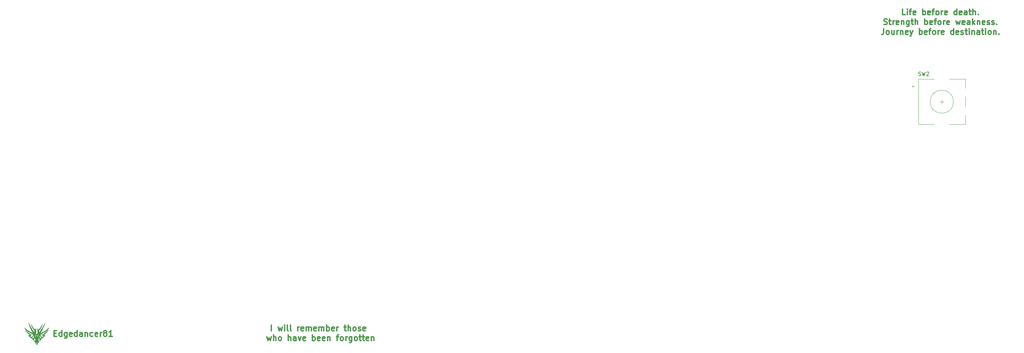
<source format=gto>
G04 #@! TF.GenerationSoftware,KiCad,Pcbnew,(5.1.6)-1*
G04 #@! TF.CreationDate,2020-07-22T19:14:50-04:00*
G04 #@! TF.ProjectId,Edgedancer81,45646765-6461-46e6-9365-7238312e6b69,rev?*
G04 #@! TF.SameCoordinates,Original*
G04 #@! TF.FileFunction,Legend,Top*
G04 #@! TF.FilePolarity,Positive*
%FSLAX46Y46*%
G04 Gerber Fmt 4.6, Leading zero omitted, Abs format (unit mm)*
G04 Created by KiCad (PCBNEW (5.1.6)-1) date 2020-07-22 19:14:50*
%MOMM*%
%LPD*%
G01*
G04 APERTURE LIST*
%ADD10C,0.300000*%
%ADD11C,0.010000*%
%ADD12C,0.120000*%
%ADD13C,0.150000*%
%ADD14C,4.087800*%
%ADD15C,1.850000*%
%ADD16C,3.148000*%
%ADD17O,1.800000X2.800000*%
%ADD18R,2.100000X2.100000*%
%ADD19C,2.100000*%
%ADD20R,3.300000X2.100000*%
G04 APERTURE END LIST*
D10*
X181683035Y-185934821D02*
X181683035Y-184434821D01*
X183397321Y-184934821D02*
X183683035Y-185934821D01*
X183968750Y-185220535D01*
X184254464Y-185934821D01*
X184540178Y-184934821D01*
X185111607Y-185934821D02*
X185111607Y-184934821D01*
X185111607Y-184434821D02*
X185040178Y-184506250D01*
X185111607Y-184577678D01*
X185183035Y-184506250D01*
X185111607Y-184434821D01*
X185111607Y-184577678D01*
X186040178Y-185934821D02*
X185897321Y-185863392D01*
X185825892Y-185720535D01*
X185825892Y-184434821D01*
X186825892Y-185934821D02*
X186683035Y-185863392D01*
X186611607Y-185720535D01*
X186611607Y-184434821D01*
X188540178Y-185934821D02*
X188540178Y-184934821D01*
X188540178Y-185220535D02*
X188611607Y-185077678D01*
X188683035Y-185006250D01*
X188825892Y-184934821D01*
X188968750Y-184934821D01*
X190040178Y-185863392D02*
X189897321Y-185934821D01*
X189611607Y-185934821D01*
X189468750Y-185863392D01*
X189397321Y-185720535D01*
X189397321Y-185149107D01*
X189468750Y-185006250D01*
X189611607Y-184934821D01*
X189897321Y-184934821D01*
X190040178Y-185006250D01*
X190111607Y-185149107D01*
X190111607Y-185291964D01*
X189397321Y-185434821D01*
X190754464Y-185934821D02*
X190754464Y-184934821D01*
X190754464Y-185077678D02*
X190825892Y-185006250D01*
X190968750Y-184934821D01*
X191183035Y-184934821D01*
X191325892Y-185006250D01*
X191397321Y-185149107D01*
X191397321Y-185934821D01*
X191397321Y-185149107D02*
X191468750Y-185006250D01*
X191611607Y-184934821D01*
X191825892Y-184934821D01*
X191968750Y-185006250D01*
X192040178Y-185149107D01*
X192040178Y-185934821D01*
X193325892Y-185863392D02*
X193183035Y-185934821D01*
X192897321Y-185934821D01*
X192754464Y-185863392D01*
X192683035Y-185720535D01*
X192683035Y-185149107D01*
X192754464Y-185006250D01*
X192897321Y-184934821D01*
X193183035Y-184934821D01*
X193325892Y-185006250D01*
X193397321Y-185149107D01*
X193397321Y-185291964D01*
X192683035Y-185434821D01*
X194040178Y-185934821D02*
X194040178Y-184934821D01*
X194040178Y-185077678D02*
X194111607Y-185006250D01*
X194254464Y-184934821D01*
X194468750Y-184934821D01*
X194611607Y-185006250D01*
X194683035Y-185149107D01*
X194683035Y-185934821D01*
X194683035Y-185149107D02*
X194754464Y-185006250D01*
X194897321Y-184934821D01*
X195111607Y-184934821D01*
X195254464Y-185006250D01*
X195325892Y-185149107D01*
X195325892Y-185934821D01*
X196040178Y-185934821D02*
X196040178Y-184434821D01*
X196040178Y-185006250D02*
X196183035Y-184934821D01*
X196468750Y-184934821D01*
X196611607Y-185006250D01*
X196683035Y-185077678D01*
X196754464Y-185220535D01*
X196754464Y-185649107D01*
X196683035Y-185791964D01*
X196611607Y-185863392D01*
X196468750Y-185934821D01*
X196183035Y-185934821D01*
X196040178Y-185863392D01*
X197968750Y-185863392D02*
X197825892Y-185934821D01*
X197540178Y-185934821D01*
X197397321Y-185863392D01*
X197325892Y-185720535D01*
X197325892Y-185149107D01*
X197397321Y-185006250D01*
X197540178Y-184934821D01*
X197825892Y-184934821D01*
X197968750Y-185006250D01*
X198040178Y-185149107D01*
X198040178Y-185291964D01*
X197325892Y-185434821D01*
X198683035Y-185934821D02*
X198683035Y-184934821D01*
X198683035Y-185220535D02*
X198754464Y-185077678D01*
X198825892Y-185006250D01*
X198968750Y-184934821D01*
X199111607Y-184934821D01*
X200540178Y-184934821D02*
X201111607Y-184934821D01*
X200754464Y-184434821D02*
X200754464Y-185720535D01*
X200825892Y-185863392D01*
X200968750Y-185934821D01*
X201111607Y-185934821D01*
X201611607Y-185934821D02*
X201611607Y-184434821D01*
X202254464Y-185934821D02*
X202254464Y-185149107D01*
X202183035Y-185006250D01*
X202040178Y-184934821D01*
X201825892Y-184934821D01*
X201683035Y-185006250D01*
X201611607Y-185077678D01*
X203183035Y-185934821D02*
X203040178Y-185863392D01*
X202968750Y-185791964D01*
X202897321Y-185649107D01*
X202897321Y-185220535D01*
X202968750Y-185077678D01*
X203040178Y-185006250D01*
X203183035Y-184934821D01*
X203397321Y-184934821D01*
X203540178Y-185006250D01*
X203611607Y-185077678D01*
X203683035Y-185220535D01*
X203683035Y-185649107D01*
X203611607Y-185791964D01*
X203540178Y-185863392D01*
X203397321Y-185934821D01*
X203183035Y-185934821D01*
X204254464Y-185863392D02*
X204397321Y-185934821D01*
X204683035Y-185934821D01*
X204825892Y-185863392D01*
X204897321Y-185720535D01*
X204897321Y-185649107D01*
X204825892Y-185506250D01*
X204683035Y-185434821D01*
X204468750Y-185434821D01*
X204325892Y-185363392D01*
X204254464Y-185220535D01*
X204254464Y-185149107D01*
X204325892Y-185006250D01*
X204468750Y-184934821D01*
X204683035Y-184934821D01*
X204825892Y-185006250D01*
X206111607Y-185863392D02*
X205968750Y-185934821D01*
X205683035Y-185934821D01*
X205540178Y-185863392D01*
X205468750Y-185720535D01*
X205468750Y-185149107D01*
X205540178Y-185006250D01*
X205683035Y-184934821D01*
X205968750Y-184934821D01*
X206111607Y-185006250D01*
X206183035Y-185149107D01*
X206183035Y-185291964D01*
X205468750Y-185434821D01*
X180504464Y-187484821D02*
X180790178Y-188484821D01*
X181075892Y-187770535D01*
X181361607Y-188484821D01*
X181647321Y-187484821D01*
X182218750Y-188484821D02*
X182218750Y-186984821D01*
X182861607Y-188484821D02*
X182861607Y-187699107D01*
X182790178Y-187556250D01*
X182647321Y-187484821D01*
X182433035Y-187484821D01*
X182290178Y-187556250D01*
X182218750Y-187627678D01*
X183790178Y-188484821D02*
X183647321Y-188413392D01*
X183575892Y-188341964D01*
X183504464Y-188199107D01*
X183504464Y-187770535D01*
X183575892Y-187627678D01*
X183647321Y-187556250D01*
X183790178Y-187484821D01*
X184004464Y-187484821D01*
X184147321Y-187556250D01*
X184218750Y-187627678D01*
X184290178Y-187770535D01*
X184290178Y-188199107D01*
X184218750Y-188341964D01*
X184147321Y-188413392D01*
X184004464Y-188484821D01*
X183790178Y-188484821D01*
X186075892Y-188484821D02*
X186075892Y-186984821D01*
X186718750Y-188484821D02*
X186718750Y-187699107D01*
X186647321Y-187556250D01*
X186504464Y-187484821D01*
X186290178Y-187484821D01*
X186147321Y-187556250D01*
X186075892Y-187627678D01*
X188075892Y-188484821D02*
X188075892Y-187699107D01*
X188004464Y-187556250D01*
X187861607Y-187484821D01*
X187575892Y-187484821D01*
X187433035Y-187556250D01*
X188075892Y-188413392D02*
X187933035Y-188484821D01*
X187575892Y-188484821D01*
X187433035Y-188413392D01*
X187361607Y-188270535D01*
X187361607Y-188127678D01*
X187433035Y-187984821D01*
X187575892Y-187913392D01*
X187933035Y-187913392D01*
X188075892Y-187841964D01*
X188647321Y-187484821D02*
X189004464Y-188484821D01*
X189361607Y-187484821D01*
X190504464Y-188413392D02*
X190361607Y-188484821D01*
X190075892Y-188484821D01*
X189933035Y-188413392D01*
X189861607Y-188270535D01*
X189861607Y-187699107D01*
X189933035Y-187556250D01*
X190075892Y-187484821D01*
X190361607Y-187484821D01*
X190504464Y-187556250D01*
X190575892Y-187699107D01*
X190575892Y-187841964D01*
X189861607Y-187984821D01*
X192361607Y-188484821D02*
X192361607Y-186984821D01*
X192361607Y-187556250D02*
X192504464Y-187484821D01*
X192790178Y-187484821D01*
X192933035Y-187556250D01*
X193004464Y-187627678D01*
X193075892Y-187770535D01*
X193075892Y-188199107D01*
X193004464Y-188341964D01*
X192933035Y-188413392D01*
X192790178Y-188484821D01*
X192504464Y-188484821D01*
X192361607Y-188413392D01*
X194290178Y-188413392D02*
X194147321Y-188484821D01*
X193861607Y-188484821D01*
X193718750Y-188413392D01*
X193647321Y-188270535D01*
X193647321Y-187699107D01*
X193718750Y-187556250D01*
X193861607Y-187484821D01*
X194147321Y-187484821D01*
X194290178Y-187556250D01*
X194361607Y-187699107D01*
X194361607Y-187841964D01*
X193647321Y-187984821D01*
X195575892Y-188413392D02*
X195433035Y-188484821D01*
X195147321Y-188484821D01*
X195004464Y-188413392D01*
X194933035Y-188270535D01*
X194933035Y-187699107D01*
X195004464Y-187556250D01*
X195147321Y-187484821D01*
X195433035Y-187484821D01*
X195575892Y-187556250D01*
X195647321Y-187699107D01*
X195647321Y-187841964D01*
X194933035Y-187984821D01*
X196290178Y-187484821D02*
X196290178Y-188484821D01*
X196290178Y-187627678D02*
X196361607Y-187556250D01*
X196504464Y-187484821D01*
X196718750Y-187484821D01*
X196861607Y-187556250D01*
X196933035Y-187699107D01*
X196933035Y-188484821D01*
X198575892Y-187484821D02*
X199147321Y-187484821D01*
X198790178Y-188484821D02*
X198790178Y-187199107D01*
X198861607Y-187056250D01*
X199004464Y-186984821D01*
X199147321Y-186984821D01*
X199861607Y-188484821D02*
X199718750Y-188413392D01*
X199647321Y-188341964D01*
X199575892Y-188199107D01*
X199575892Y-187770535D01*
X199647321Y-187627678D01*
X199718750Y-187556250D01*
X199861607Y-187484821D01*
X200075892Y-187484821D01*
X200218750Y-187556250D01*
X200290178Y-187627678D01*
X200361607Y-187770535D01*
X200361607Y-188199107D01*
X200290178Y-188341964D01*
X200218750Y-188413392D01*
X200075892Y-188484821D01*
X199861607Y-188484821D01*
X201004464Y-188484821D02*
X201004464Y-187484821D01*
X201004464Y-187770535D02*
X201075892Y-187627678D01*
X201147321Y-187556250D01*
X201290178Y-187484821D01*
X201433035Y-187484821D01*
X202575892Y-187484821D02*
X202575892Y-188699107D01*
X202504464Y-188841964D01*
X202433035Y-188913392D01*
X202290178Y-188984821D01*
X202075892Y-188984821D01*
X201933035Y-188913392D01*
X202575892Y-188413392D02*
X202433035Y-188484821D01*
X202147321Y-188484821D01*
X202004464Y-188413392D01*
X201933035Y-188341964D01*
X201861607Y-188199107D01*
X201861607Y-187770535D01*
X201933035Y-187627678D01*
X202004464Y-187556250D01*
X202147321Y-187484821D01*
X202433035Y-187484821D01*
X202575892Y-187556250D01*
X203504464Y-188484821D02*
X203361607Y-188413392D01*
X203290178Y-188341964D01*
X203218750Y-188199107D01*
X203218750Y-187770535D01*
X203290178Y-187627678D01*
X203361607Y-187556250D01*
X203504464Y-187484821D01*
X203718750Y-187484821D01*
X203861607Y-187556250D01*
X203933035Y-187627678D01*
X204004464Y-187770535D01*
X204004464Y-188199107D01*
X203933035Y-188341964D01*
X203861607Y-188413392D01*
X203718750Y-188484821D01*
X203504464Y-188484821D01*
X204433035Y-187484821D02*
X205004464Y-187484821D01*
X204647321Y-186984821D02*
X204647321Y-188270535D01*
X204718750Y-188413392D01*
X204861607Y-188484821D01*
X205004464Y-188484821D01*
X205290178Y-187484821D02*
X205861607Y-187484821D01*
X205504464Y-186984821D02*
X205504464Y-188270535D01*
X205575892Y-188413392D01*
X205718750Y-188484821D01*
X205861607Y-188484821D01*
X206933035Y-188413392D02*
X206790178Y-188484821D01*
X206504464Y-188484821D01*
X206361607Y-188413392D01*
X206290178Y-188270535D01*
X206290178Y-187699107D01*
X206361607Y-187556250D01*
X206504464Y-187484821D01*
X206790178Y-187484821D01*
X206933035Y-187556250D01*
X207004464Y-187699107D01*
X207004464Y-187841964D01*
X206290178Y-187984821D01*
X207647321Y-187484821D02*
X207647321Y-188484821D01*
X207647321Y-187627678D02*
X207718750Y-187556250D01*
X207861607Y-187484821D01*
X208075892Y-187484821D01*
X208218750Y-187556250D01*
X208290178Y-187699107D01*
X208290178Y-188484821D01*
X125179285Y-186582857D02*
X125679285Y-186582857D01*
X125893571Y-187368571D02*
X125179285Y-187368571D01*
X125179285Y-185868571D01*
X125893571Y-185868571D01*
X127179285Y-187368571D02*
X127179285Y-185868571D01*
X127179285Y-187297142D02*
X127036428Y-187368571D01*
X126750714Y-187368571D01*
X126607857Y-187297142D01*
X126536428Y-187225714D01*
X126465000Y-187082857D01*
X126465000Y-186654285D01*
X126536428Y-186511428D01*
X126607857Y-186440000D01*
X126750714Y-186368571D01*
X127036428Y-186368571D01*
X127179285Y-186440000D01*
X128536428Y-186368571D02*
X128536428Y-187582857D01*
X128465000Y-187725714D01*
X128393571Y-187797142D01*
X128250714Y-187868571D01*
X128036428Y-187868571D01*
X127893571Y-187797142D01*
X128536428Y-187297142D02*
X128393571Y-187368571D01*
X128107857Y-187368571D01*
X127965000Y-187297142D01*
X127893571Y-187225714D01*
X127822142Y-187082857D01*
X127822142Y-186654285D01*
X127893571Y-186511428D01*
X127965000Y-186440000D01*
X128107857Y-186368571D01*
X128393571Y-186368571D01*
X128536428Y-186440000D01*
X129822142Y-187297142D02*
X129679285Y-187368571D01*
X129393571Y-187368571D01*
X129250714Y-187297142D01*
X129179285Y-187154285D01*
X129179285Y-186582857D01*
X129250714Y-186440000D01*
X129393571Y-186368571D01*
X129679285Y-186368571D01*
X129822142Y-186440000D01*
X129893571Y-186582857D01*
X129893571Y-186725714D01*
X129179285Y-186868571D01*
X131179285Y-187368571D02*
X131179285Y-185868571D01*
X131179285Y-187297142D02*
X131036428Y-187368571D01*
X130750714Y-187368571D01*
X130607857Y-187297142D01*
X130536428Y-187225714D01*
X130465000Y-187082857D01*
X130465000Y-186654285D01*
X130536428Y-186511428D01*
X130607857Y-186440000D01*
X130750714Y-186368571D01*
X131036428Y-186368571D01*
X131179285Y-186440000D01*
X132536428Y-187368571D02*
X132536428Y-186582857D01*
X132465000Y-186440000D01*
X132322142Y-186368571D01*
X132036428Y-186368571D01*
X131893571Y-186440000D01*
X132536428Y-187297142D02*
X132393571Y-187368571D01*
X132036428Y-187368571D01*
X131893571Y-187297142D01*
X131822142Y-187154285D01*
X131822142Y-187011428D01*
X131893571Y-186868571D01*
X132036428Y-186797142D01*
X132393571Y-186797142D01*
X132536428Y-186725714D01*
X133250714Y-186368571D02*
X133250714Y-187368571D01*
X133250714Y-186511428D02*
X133322142Y-186440000D01*
X133465000Y-186368571D01*
X133679285Y-186368571D01*
X133822142Y-186440000D01*
X133893571Y-186582857D01*
X133893571Y-187368571D01*
X135250714Y-187297142D02*
X135107857Y-187368571D01*
X134822142Y-187368571D01*
X134679285Y-187297142D01*
X134607857Y-187225714D01*
X134536428Y-187082857D01*
X134536428Y-186654285D01*
X134607857Y-186511428D01*
X134679285Y-186440000D01*
X134822142Y-186368571D01*
X135107857Y-186368571D01*
X135250714Y-186440000D01*
X136465000Y-187297142D02*
X136322142Y-187368571D01*
X136036428Y-187368571D01*
X135893571Y-187297142D01*
X135822142Y-187154285D01*
X135822142Y-186582857D01*
X135893571Y-186440000D01*
X136036428Y-186368571D01*
X136322142Y-186368571D01*
X136465000Y-186440000D01*
X136536428Y-186582857D01*
X136536428Y-186725714D01*
X135822142Y-186868571D01*
X137179285Y-187368571D02*
X137179285Y-186368571D01*
X137179285Y-186654285D02*
X137250714Y-186511428D01*
X137322142Y-186440000D01*
X137465000Y-186368571D01*
X137607857Y-186368571D01*
X138322142Y-186511428D02*
X138179285Y-186440000D01*
X138107857Y-186368571D01*
X138036428Y-186225714D01*
X138036428Y-186154285D01*
X138107857Y-186011428D01*
X138179285Y-185940000D01*
X138322142Y-185868571D01*
X138607857Y-185868571D01*
X138750714Y-185940000D01*
X138822142Y-186011428D01*
X138893571Y-186154285D01*
X138893571Y-186225714D01*
X138822142Y-186368571D01*
X138750714Y-186440000D01*
X138607857Y-186511428D01*
X138322142Y-186511428D01*
X138179285Y-186582857D01*
X138107857Y-186654285D01*
X138036428Y-186797142D01*
X138036428Y-187082857D01*
X138107857Y-187225714D01*
X138179285Y-187297142D01*
X138322142Y-187368571D01*
X138607857Y-187368571D01*
X138750714Y-187297142D01*
X138822142Y-187225714D01*
X138893571Y-187082857D01*
X138893571Y-186797142D01*
X138822142Y-186654285D01*
X138750714Y-186582857D01*
X138607857Y-186511428D01*
X140322142Y-187368571D02*
X139465000Y-187368571D01*
X139893571Y-187368571D02*
X139893571Y-185868571D01*
X139750714Y-186082857D01*
X139607857Y-186225714D01*
X139465000Y-186297142D01*
X346492857Y-103697321D02*
X345778571Y-103697321D01*
X345778571Y-102197321D01*
X346992857Y-103697321D02*
X346992857Y-102697321D01*
X346992857Y-102197321D02*
X346921428Y-102268750D01*
X346992857Y-102340178D01*
X347064285Y-102268750D01*
X346992857Y-102197321D01*
X346992857Y-102340178D01*
X347492857Y-102697321D02*
X348064285Y-102697321D01*
X347707142Y-103697321D02*
X347707142Y-102411607D01*
X347778571Y-102268750D01*
X347921428Y-102197321D01*
X348064285Y-102197321D01*
X349135714Y-103625892D02*
X348992857Y-103697321D01*
X348707142Y-103697321D01*
X348564285Y-103625892D01*
X348492857Y-103483035D01*
X348492857Y-102911607D01*
X348564285Y-102768750D01*
X348707142Y-102697321D01*
X348992857Y-102697321D01*
X349135714Y-102768750D01*
X349207142Y-102911607D01*
X349207142Y-103054464D01*
X348492857Y-103197321D01*
X350992857Y-103697321D02*
X350992857Y-102197321D01*
X350992857Y-102768750D02*
X351135714Y-102697321D01*
X351421428Y-102697321D01*
X351564285Y-102768750D01*
X351635714Y-102840178D01*
X351707142Y-102983035D01*
X351707142Y-103411607D01*
X351635714Y-103554464D01*
X351564285Y-103625892D01*
X351421428Y-103697321D01*
X351135714Y-103697321D01*
X350992857Y-103625892D01*
X352921428Y-103625892D02*
X352778571Y-103697321D01*
X352492857Y-103697321D01*
X352350000Y-103625892D01*
X352278571Y-103483035D01*
X352278571Y-102911607D01*
X352350000Y-102768750D01*
X352492857Y-102697321D01*
X352778571Y-102697321D01*
X352921428Y-102768750D01*
X352992857Y-102911607D01*
X352992857Y-103054464D01*
X352278571Y-103197321D01*
X353421428Y-102697321D02*
X353992857Y-102697321D01*
X353635714Y-103697321D02*
X353635714Y-102411607D01*
X353707142Y-102268750D01*
X353850000Y-102197321D01*
X353992857Y-102197321D01*
X354707142Y-103697321D02*
X354564285Y-103625892D01*
X354492857Y-103554464D01*
X354421428Y-103411607D01*
X354421428Y-102983035D01*
X354492857Y-102840178D01*
X354564285Y-102768750D01*
X354707142Y-102697321D01*
X354921428Y-102697321D01*
X355064285Y-102768750D01*
X355135714Y-102840178D01*
X355207142Y-102983035D01*
X355207142Y-103411607D01*
X355135714Y-103554464D01*
X355064285Y-103625892D01*
X354921428Y-103697321D01*
X354707142Y-103697321D01*
X355850000Y-103697321D02*
X355850000Y-102697321D01*
X355850000Y-102983035D02*
X355921428Y-102840178D01*
X355992857Y-102768750D01*
X356135714Y-102697321D01*
X356278571Y-102697321D01*
X357350000Y-103625892D02*
X357207142Y-103697321D01*
X356921428Y-103697321D01*
X356778571Y-103625892D01*
X356707142Y-103483035D01*
X356707142Y-102911607D01*
X356778571Y-102768750D01*
X356921428Y-102697321D01*
X357207142Y-102697321D01*
X357350000Y-102768750D01*
X357421428Y-102911607D01*
X357421428Y-103054464D01*
X356707142Y-103197321D01*
X359850000Y-103697321D02*
X359850000Y-102197321D01*
X359850000Y-103625892D02*
X359707142Y-103697321D01*
X359421428Y-103697321D01*
X359278571Y-103625892D01*
X359207142Y-103554464D01*
X359135714Y-103411607D01*
X359135714Y-102983035D01*
X359207142Y-102840178D01*
X359278571Y-102768750D01*
X359421428Y-102697321D01*
X359707142Y-102697321D01*
X359850000Y-102768750D01*
X361135714Y-103625892D02*
X360992857Y-103697321D01*
X360707142Y-103697321D01*
X360564285Y-103625892D01*
X360492857Y-103483035D01*
X360492857Y-102911607D01*
X360564285Y-102768750D01*
X360707142Y-102697321D01*
X360992857Y-102697321D01*
X361135714Y-102768750D01*
X361207142Y-102911607D01*
X361207142Y-103054464D01*
X360492857Y-103197321D01*
X362492857Y-103697321D02*
X362492857Y-102911607D01*
X362421428Y-102768750D01*
X362278571Y-102697321D01*
X361992857Y-102697321D01*
X361850000Y-102768750D01*
X362492857Y-103625892D02*
X362350000Y-103697321D01*
X361992857Y-103697321D01*
X361850000Y-103625892D01*
X361778571Y-103483035D01*
X361778571Y-103340178D01*
X361850000Y-103197321D01*
X361992857Y-103125892D01*
X362350000Y-103125892D01*
X362492857Y-103054464D01*
X362992857Y-102697321D02*
X363564285Y-102697321D01*
X363207142Y-102197321D02*
X363207142Y-103483035D01*
X363278571Y-103625892D01*
X363421428Y-103697321D01*
X363564285Y-103697321D01*
X364064285Y-103697321D02*
X364064285Y-102197321D01*
X364707142Y-103697321D02*
X364707142Y-102911607D01*
X364635714Y-102768750D01*
X364492857Y-102697321D01*
X364278571Y-102697321D01*
X364135714Y-102768750D01*
X364064285Y-102840178D01*
X365421428Y-103554464D02*
X365492857Y-103625892D01*
X365421428Y-103697321D01*
X365350000Y-103625892D01*
X365421428Y-103554464D01*
X365421428Y-103697321D01*
X340885714Y-106175892D02*
X341100000Y-106247321D01*
X341457142Y-106247321D01*
X341600000Y-106175892D01*
X341671428Y-106104464D01*
X341742857Y-105961607D01*
X341742857Y-105818750D01*
X341671428Y-105675892D01*
X341600000Y-105604464D01*
X341457142Y-105533035D01*
X341171428Y-105461607D01*
X341028571Y-105390178D01*
X340957142Y-105318750D01*
X340885714Y-105175892D01*
X340885714Y-105033035D01*
X340957142Y-104890178D01*
X341028571Y-104818750D01*
X341171428Y-104747321D01*
X341528571Y-104747321D01*
X341742857Y-104818750D01*
X342171428Y-105247321D02*
X342742857Y-105247321D01*
X342385714Y-104747321D02*
X342385714Y-106033035D01*
X342457142Y-106175892D01*
X342600000Y-106247321D01*
X342742857Y-106247321D01*
X343242857Y-106247321D02*
X343242857Y-105247321D01*
X343242857Y-105533035D02*
X343314285Y-105390178D01*
X343385714Y-105318750D01*
X343528571Y-105247321D01*
X343671428Y-105247321D01*
X344742857Y-106175892D02*
X344600000Y-106247321D01*
X344314285Y-106247321D01*
X344171428Y-106175892D01*
X344100000Y-106033035D01*
X344100000Y-105461607D01*
X344171428Y-105318750D01*
X344314285Y-105247321D01*
X344600000Y-105247321D01*
X344742857Y-105318750D01*
X344814285Y-105461607D01*
X344814285Y-105604464D01*
X344100000Y-105747321D01*
X345457142Y-105247321D02*
X345457142Y-106247321D01*
X345457142Y-105390178D02*
X345528571Y-105318750D01*
X345671428Y-105247321D01*
X345885714Y-105247321D01*
X346028571Y-105318750D01*
X346100000Y-105461607D01*
X346100000Y-106247321D01*
X347457142Y-105247321D02*
X347457142Y-106461607D01*
X347385714Y-106604464D01*
X347314285Y-106675892D01*
X347171428Y-106747321D01*
X346957142Y-106747321D01*
X346814285Y-106675892D01*
X347457142Y-106175892D02*
X347314285Y-106247321D01*
X347028571Y-106247321D01*
X346885714Y-106175892D01*
X346814285Y-106104464D01*
X346742857Y-105961607D01*
X346742857Y-105533035D01*
X346814285Y-105390178D01*
X346885714Y-105318750D01*
X347028571Y-105247321D01*
X347314285Y-105247321D01*
X347457142Y-105318750D01*
X347957142Y-105247321D02*
X348528571Y-105247321D01*
X348171428Y-104747321D02*
X348171428Y-106033035D01*
X348242857Y-106175892D01*
X348385714Y-106247321D01*
X348528571Y-106247321D01*
X349028571Y-106247321D02*
X349028571Y-104747321D01*
X349671428Y-106247321D02*
X349671428Y-105461607D01*
X349600000Y-105318750D01*
X349457142Y-105247321D01*
X349242857Y-105247321D01*
X349100000Y-105318750D01*
X349028571Y-105390178D01*
X351528571Y-106247321D02*
X351528571Y-104747321D01*
X351528571Y-105318750D02*
X351671428Y-105247321D01*
X351957142Y-105247321D01*
X352100000Y-105318750D01*
X352171428Y-105390178D01*
X352242857Y-105533035D01*
X352242857Y-105961607D01*
X352171428Y-106104464D01*
X352100000Y-106175892D01*
X351957142Y-106247321D01*
X351671428Y-106247321D01*
X351528571Y-106175892D01*
X353457142Y-106175892D02*
X353314285Y-106247321D01*
X353028571Y-106247321D01*
X352885714Y-106175892D01*
X352814285Y-106033035D01*
X352814285Y-105461607D01*
X352885714Y-105318750D01*
X353028571Y-105247321D01*
X353314285Y-105247321D01*
X353457142Y-105318750D01*
X353528571Y-105461607D01*
X353528571Y-105604464D01*
X352814285Y-105747321D01*
X353957142Y-105247321D02*
X354528571Y-105247321D01*
X354171428Y-106247321D02*
X354171428Y-104961607D01*
X354242857Y-104818750D01*
X354385714Y-104747321D01*
X354528571Y-104747321D01*
X355242857Y-106247321D02*
X355100000Y-106175892D01*
X355028571Y-106104464D01*
X354957142Y-105961607D01*
X354957142Y-105533035D01*
X355028571Y-105390178D01*
X355100000Y-105318750D01*
X355242857Y-105247321D01*
X355457142Y-105247321D01*
X355600000Y-105318750D01*
X355671428Y-105390178D01*
X355742857Y-105533035D01*
X355742857Y-105961607D01*
X355671428Y-106104464D01*
X355600000Y-106175892D01*
X355457142Y-106247321D01*
X355242857Y-106247321D01*
X356385714Y-106247321D02*
X356385714Y-105247321D01*
X356385714Y-105533035D02*
X356457142Y-105390178D01*
X356528571Y-105318750D01*
X356671428Y-105247321D01*
X356814285Y-105247321D01*
X357885714Y-106175892D02*
X357742857Y-106247321D01*
X357457142Y-106247321D01*
X357314285Y-106175892D01*
X357242857Y-106033035D01*
X357242857Y-105461607D01*
X357314285Y-105318750D01*
X357457142Y-105247321D01*
X357742857Y-105247321D01*
X357885714Y-105318750D01*
X357957142Y-105461607D01*
X357957142Y-105604464D01*
X357242857Y-105747321D01*
X359600000Y-105247321D02*
X359885714Y-106247321D01*
X360171428Y-105533035D01*
X360457142Y-106247321D01*
X360742857Y-105247321D01*
X361885714Y-106175892D02*
X361742857Y-106247321D01*
X361457142Y-106247321D01*
X361314285Y-106175892D01*
X361242857Y-106033035D01*
X361242857Y-105461607D01*
X361314285Y-105318750D01*
X361457142Y-105247321D01*
X361742857Y-105247321D01*
X361885714Y-105318750D01*
X361957142Y-105461607D01*
X361957142Y-105604464D01*
X361242857Y-105747321D01*
X363242857Y-106247321D02*
X363242857Y-105461607D01*
X363171428Y-105318750D01*
X363028571Y-105247321D01*
X362742857Y-105247321D01*
X362600000Y-105318750D01*
X363242857Y-106175892D02*
X363100000Y-106247321D01*
X362742857Y-106247321D01*
X362600000Y-106175892D01*
X362528571Y-106033035D01*
X362528571Y-105890178D01*
X362600000Y-105747321D01*
X362742857Y-105675892D01*
X363100000Y-105675892D01*
X363242857Y-105604464D01*
X363957142Y-106247321D02*
X363957142Y-104747321D01*
X364100000Y-105675892D02*
X364528571Y-106247321D01*
X364528571Y-105247321D02*
X363957142Y-105818750D01*
X365171428Y-105247321D02*
X365171428Y-106247321D01*
X365171428Y-105390178D02*
X365242857Y-105318750D01*
X365385714Y-105247321D01*
X365600000Y-105247321D01*
X365742857Y-105318750D01*
X365814285Y-105461607D01*
X365814285Y-106247321D01*
X367100000Y-106175892D02*
X366957142Y-106247321D01*
X366671428Y-106247321D01*
X366528571Y-106175892D01*
X366457142Y-106033035D01*
X366457142Y-105461607D01*
X366528571Y-105318750D01*
X366671428Y-105247321D01*
X366957142Y-105247321D01*
X367100000Y-105318750D01*
X367171428Y-105461607D01*
X367171428Y-105604464D01*
X366457142Y-105747321D01*
X367742857Y-106175892D02*
X367885714Y-106247321D01*
X368171428Y-106247321D01*
X368314285Y-106175892D01*
X368385714Y-106033035D01*
X368385714Y-105961607D01*
X368314285Y-105818750D01*
X368171428Y-105747321D01*
X367957142Y-105747321D01*
X367814285Y-105675892D01*
X367742857Y-105533035D01*
X367742857Y-105461607D01*
X367814285Y-105318750D01*
X367957142Y-105247321D01*
X368171428Y-105247321D01*
X368314285Y-105318750D01*
X368957142Y-106175892D02*
X369100000Y-106247321D01*
X369385714Y-106247321D01*
X369528571Y-106175892D01*
X369600000Y-106033035D01*
X369600000Y-105961607D01*
X369528571Y-105818750D01*
X369385714Y-105747321D01*
X369171428Y-105747321D01*
X369028571Y-105675892D01*
X368957142Y-105533035D01*
X368957142Y-105461607D01*
X369028571Y-105318750D01*
X369171428Y-105247321D01*
X369385714Y-105247321D01*
X369528571Y-105318750D01*
X370242857Y-106104464D02*
X370314285Y-106175892D01*
X370242857Y-106247321D01*
X370171428Y-106175892D01*
X370242857Y-106104464D01*
X370242857Y-106247321D01*
X340850000Y-107297321D02*
X340850000Y-108368750D01*
X340778571Y-108583035D01*
X340635714Y-108725892D01*
X340421428Y-108797321D01*
X340278571Y-108797321D01*
X341778571Y-108797321D02*
X341635714Y-108725892D01*
X341564285Y-108654464D01*
X341492857Y-108511607D01*
X341492857Y-108083035D01*
X341564285Y-107940178D01*
X341635714Y-107868750D01*
X341778571Y-107797321D01*
X341992857Y-107797321D01*
X342135714Y-107868750D01*
X342207142Y-107940178D01*
X342278571Y-108083035D01*
X342278571Y-108511607D01*
X342207142Y-108654464D01*
X342135714Y-108725892D01*
X341992857Y-108797321D01*
X341778571Y-108797321D01*
X343564285Y-107797321D02*
X343564285Y-108797321D01*
X342921428Y-107797321D02*
X342921428Y-108583035D01*
X342992857Y-108725892D01*
X343135714Y-108797321D01*
X343350000Y-108797321D01*
X343492857Y-108725892D01*
X343564285Y-108654464D01*
X344278571Y-108797321D02*
X344278571Y-107797321D01*
X344278571Y-108083035D02*
X344350000Y-107940178D01*
X344421428Y-107868750D01*
X344564285Y-107797321D01*
X344707142Y-107797321D01*
X345207142Y-107797321D02*
X345207142Y-108797321D01*
X345207142Y-107940178D02*
X345278571Y-107868750D01*
X345421428Y-107797321D01*
X345635714Y-107797321D01*
X345778571Y-107868750D01*
X345850000Y-108011607D01*
X345850000Y-108797321D01*
X347135714Y-108725892D02*
X346992857Y-108797321D01*
X346707142Y-108797321D01*
X346564285Y-108725892D01*
X346492857Y-108583035D01*
X346492857Y-108011607D01*
X346564285Y-107868750D01*
X346707142Y-107797321D01*
X346992857Y-107797321D01*
X347135714Y-107868750D01*
X347207142Y-108011607D01*
X347207142Y-108154464D01*
X346492857Y-108297321D01*
X347707142Y-107797321D02*
X348064285Y-108797321D01*
X348421428Y-107797321D02*
X348064285Y-108797321D01*
X347921428Y-109154464D01*
X347850000Y-109225892D01*
X347707142Y-109297321D01*
X350135714Y-108797321D02*
X350135714Y-107297321D01*
X350135714Y-107868750D02*
X350278571Y-107797321D01*
X350564285Y-107797321D01*
X350707142Y-107868750D01*
X350778571Y-107940178D01*
X350850000Y-108083035D01*
X350850000Y-108511607D01*
X350778571Y-108654464D01*
X350707142Y-108725892D01*
X350564285Y-108797321D01*
X350278571Y-108797321D01*
X350135714Y-108725892D01*
X352064285Y-108725892D02*
X351921428Y-108797321D01*
X351635714Y-108797321D01*
X351492857Y-108725892D01*
X351421428Y-108583035D01*
X351421428Y-108011607D01*
X351492857Y-107868750D01*
X351635714Y-107797321D01*
X351921428Y-107797321D01*
X352064285Y-107868750D01*
X352135714Y-108011607D01*
X352135714Y-108154464D01*
X351421428Y-108297321D01*
X352564285Y-107797321D02*
X353135714Y-107797321D01*
X352778571Y-108797321D02*
X352778571Y-107511607D01*
X352850000Y-107368750D01*
X352992857Y-107297321D01*
X353135714Y-107297321D01*
X353850000Y-108797321D02*
X353707142Y-108725892D01*
X353635714Y-108654464D01*
X353564285Y-108511607D01*
X353564285Y-108083035D01*
X353635714Y-107940178D01*
X353707142Y-107868750D01*
X353850000Y-107797321D01*
X354064285Y-107797321D01*
X354207142Y-107868750D01*
X354278571Y-107940178D01*
X354350000Y-108083035D01*
X354350000Y-108511607D01*
X354278571Y-108654464D01*
X354207142Y-108725892D01*
X354064285Y-108797321D01*
X353850000Y-108797321D01*
X354992857Y-108797321D02*
X354992857Y-107797321D01*
X354992857Y-108083035D02*
X355064285Y-107940178D01*
X355135714Y-107868750D01*
X355278571Y-107797321D01*
X355421428Y-107797321D01*
X356492857Y-108725892D02*
X356350000Y-108797321D01*
X356064285Y-108797321D01*
X355921428Y-108725892D01*
X355850000Y-108583035D01*
X355850000Y-108011607D01*
X355921428Y-107868750D01*
X356064285Y-107797321D01*
X356350000Y-107797321D01*
X356492857Y-107868750D01*
X356564285Y-108011607D01*
X356564285Y-108154464D01*
X355850000Y-108297321D01*
X358992857Y-108797321D02*
X358992857Y-107297321D01*
X358992857Y-108725892D02*
X358850000Y-108797321D01*
X358564285Y-108797321D01*
X358421428Y-108725892D01*
X358350000Y-108654464D01*
X358278571Y-108511607D01*
X358278571Y-108083035D01*
X358350000Y-107940178D01*
X358421428Y-107868750D01*
X358564285Y-107797321D01*
X358850000Y-107797321D01*
X358992857Y-107868750D01*
X360278571Y-108725892D02*
X360135714Y-108797321D01*
X359850000Y-108797321D01*
X359707142Y-108725892D01*
X359635714Y-108583035D01*
X359635714Y-108011607D01*
X359707142Y-107868750D01*
X359850000Y-107797321D01*
X360135714Y-107797321D01*
X360278571Y-107868750D01*
X360350000Y-108011607D01*
X360350000Y-108154464D01*
X359635714Y-108297321D01*
X360921428Y-108725892D02*
X361064285Y-108797321D01*
X361350000Y-108797321D01*
X361492857Y-108725892D01*
X361564285Y-108583035D01*
X361564285Y-108511607D01*
X361492857Y-108368750D01*
X361350000Y-108297321D01*
X361135714Y-108297321D01*
X360992857Y-108225892D01*
X360921428Y-108083035D01*
X360921428Y-108011607D01*
X360992857Y-107868750D01*
X361135714Y-107797321D01*
X361350000Y-107797321D01*
X361492857Y-107868750D01*
X361992857Y-107797321D02*
X362564285Y-107797321D01*
X362207142Y-107297321D02*
X362207142Y-108583035D01*
X362278571Y-108725892D01*
X362421428Y-108797321D01*
X362564285Y-108797321D01*
X363064285Y-108797321D02*
X363064285Y-107797321D01*
X363064285Y-107297321D02*
X362992857Y-107368750D01*
X363064285Y-107440178D01*
X363135714Y-107368750D01*
X363064285Y-107297321D01*
X363064285Y-107440178D01*
X363778571Y-107797321D02*
X363778571Y-108797321D01*
X363778571Y-107940178D02*
X363850000Y-107868750D01*
X363992857Y-107797321D01*
X364207142Y-107797321D01*
X364350000Y-107868750D01*
X364421428Y-108011607D01*
X364421428Y-108797321D01*
X365778571Y-108797321D02*
X365778571Y-108011607D01*
X365707142Y-107868750D01*
X365564285Y-107797321D01*
X365278571Y-107797321D01*
X365135714Y-107868750D01*
X365778571Y-108725892D02*
X365635714Y-108797321D01*
X365278571Y-108797321D01*
X365135714Y-108725892D01*
X365064285Y-108583035D01*
X365064285Y-108440178D01*
X365135714Y-108297321D01*
X365278571Y-108225892D01*
X365635714Y-108225892D01*
X365778571Y-108154464D01*
X366278571Y-107797321D02*
X366850000Y-107797321D01*
X366492857Y-107297321D02*
X366492857Y-108583035D01*
X366564285Y-108725892D01*
X366707142Y-108797321D01*
X366850000Y-108797321D01*
X367350000Y-108797321D02*
X367350000Y-107797321D01*
X367350000Y-107297321D02*
X367278571Y-107368750D01*
X367350000Y-107440178D01*
X367421428Y-107368750D01*
X367350000Y-107297321D01*
X367350000Y-107440178D01*
X368278571Y-108797321D02*
X368135714Y-108725892D01*
X368064285Y-108654464D01*
X367992857Y-108511607D01*
X367992857Y-108083035D01*
X368064285Y-107940178D01*
X368135714Y-107868750D01*
X368278571Y-107797321D01*
X368492857Y-107797321D01*
X368635714Y-107868750D01*
X368707142Y-107940178D01*
X368778571Y-108083035D01*
X368778571Y-108511607D01*
X368707142Y-108654464D01*
X368635714Y-108725892D01*
X368492857Y-108797321D01*
X368278571Y-108797321D01*
X369421428Y-107797321D02*
X369421428Y-108797321D01*
X369421428Y-107940178D02*
X369492857Y-107868750D01*
X369635714Y-107797321D01*
X369850000Y-107797321D01*
X369992857Y-107868750D01*
X370064285Y-108011607D01*
X370064285Y-108797321D01*
X370778571Y-108654464D02*
X370850000Y-108725892D01*
X370778571Y-108797321D01*
X370707142Y-108725892D01*
X370778571Y-108654464D01*
X370778571Y-108797321D01*
D11*
G36*
X122783203Y-183880869D02*
G01*
X122777002Y-183887070D01*
X122770801Y-183880869D01*
X122777002Y-183874668D01*
X122783203Y-183880869D01*
G37*
X122783203Y-183880869D02*
X122777002Y-183887070D01*
X122770801Y-183880869D01*
X122777002Y-183874668D01*
X122783203Y-183880869D01*
G36*
X118529199Y-183880869D02*
G01*
X118522998Y-183887070D01*
X118516797Y-183880869D01*
X118522998Y-183874668D01*
X118529199Y-183880869D01*
G37*
X118529199Y-183880869D02*
X118522998Y-183887070D01*
X118516797Y-183880869D01*
X118522998Y-183874668D01*
X118529199Y-183880869D01*
G36*
X122766063Y-183917654D02*
G01*
X122757874Y-183949897D01*
X122744580Y-183997529D01*
X122727322Y-184056406D01*
X122716120Y-184093504D01*
X122629337Y-184365609D01*
X122536324Y-184634129D01*
X122438284Y-184896236D01*
X122336419Y-185149101D01*
X122231931Y-185389896D01*
X122126022Y-185615794D01*
X122019895Y-185823965D01*
X121914751Y-186011582D01*
X121868118Y-186088486D01*
X121820594Y-186161984D01*
X121767257Y-186239846D01*
X121712124Y-186316566D01*
X121659211Y-186386640D01*
X121612537Y-186444562D01*
X121587566Y-186472959D01*
X121561995Y-186502750D01*
X121553576Y-186519534D01*
X121560711Y-186526543D01*
X121561047Y-186526615D01*
X121586430Y-186524476D01*
X121631147Y-186512757D01*
X121692195Y-186492664D01*
X121766570Y-186465398D01*
X121851268Y-186432165D01*
X121943284Y-186394167D01*
X122039616Y-186352609D01*
X122137260Y-186308695D01*
X122233211Y-186263627D01*
X122304321Y-186228761D01*
X122442887Y-186158060D01*
X122570880Y-186089616D01*
X122690928Y-186021556D01*
X122805655Y-185952007D01*
X122917686Y-185879097D01*
X123029647Y-185800954D01*
X123144164Y-185715703D01*
X123263862Y-185621473D01*
X123391367Y-185516391D01*
X123529304Y-185398584D01*
X123680298Y-185266178D01*
X123786702Y-185171390D01*
X123829019Y-185133505D01*
X123783079Y-185218597D01*
X123659421Y-185421607D01*
X123514373Y-185612412D01*
X123357838Y-185781099D01*
X123278060Y-185855789D01*
X123191194Y-185929840D01*
X123095395Y-186004457D01*
X122988816Y-186080848D01*
X122869613Y-186160220D01*
X122735939Y-186243780D01*
X122585948Y-186332735D01*
X122417796Y-186428292D01*
X122229636Y-186531659D01*
X122119678Y-186590819D01*
X122074232Y-186615352D01*
X122036702Y-186636048D01*
X122012813Y-186649732D01*
X122008056Y-186652743D01*
X121991145Y-186663042D01*
X121959728Y-186680836D01*
X121927441Y-186698553D01*
X121855737Y-186737839D01*
X121785302Y-186777263D01*
X121720652Y-186814229D01*
X121666301Y-186846136D01*
X121626764Y-186870388D01*
X121612747Y-186879677D01*
X121591969Y-186896410D01*
X121582452Y-186914081D01*
X121581326Y-186941572D01*
X121583768Y-186969274D01*
X121594544Y-187022960D01*
X121615447Y-187089055D01*
X121643175Y-187159117D01*
X121674425Y-187224703D01*
X121702218Y-187272019D01*
X121769325Y-187362046D01*
X121841525Y-187441291D01*
X121914888Y-187506029D01*
X121985485Y-187552539D01*
X122011361Y-187564909D01*
X122031071Y-187571634D01*
X122050500Y-187573430D01*
X122071934Y-187568732D01*
X122097661Y-187555973D01*
X122129969Y-187533587D01*
X122171144Y-187500009D01*
X122223474Y-187453671D01*
X122289246Y-187393007D01*
X122361523Y-187325153D01*
X122400859Y-187286605D01*
X122423744Y-187257472D01*
X122428995Y-187234114D01*
X122415433Y-187212892D01*
X122381876Y-187190166D01*
X122327143Y-187162295D01*
X122305293Y-187151853D01*
X122222705Y-187112365D01*
X122160127Y-187081779D01*
X122115007Y-187058693D01*
X122084792Y-187041705D01*
X122066928Y-187029413D01*
X122058864Y-187020415D01*
X122057666Y-187015860D01*
X122067812Y-187003744D01*
X122095207Y-186983051D01*
X122135286Y-186957010D01*
X122169287Y-186936848D01*
X122260563Y-186881267D01*
X122365393Y-186811586D01*
X122479492Y-186730938D01*
X122598574Y-186642455D01*
X122718355Y-186549273D01*
X122834548Y-186454524D01*
X122870899Y-186423851D01*
X122905388Y-186394647D01*
X122937543Y-186367671D01*
X122945313Y-186361215D01*
X122962315Y-186346984D01*
X122995574Y-186319002D01*
X123042407Y-186279532D01*
X123100130Y-186230839D01*
X123166057Y-186175184D01*
X123237506Y-186114834D01*
X123254492Y-186100481D01*
X123349265Y-186020518D01*
X123426900Y-185955341D01*
X123489100Y-185903601D01*
X123537567Y-185863951D01*
X123574003Y-185835041D01*
X123600109Y-185815523D01*
X123617590Y-185804047D01*
X123628146Y-185799266D01*
X123633479Y-185799831D01*
X123633694Y-185800028D01*
X123629698Y-185812632D01*
X123611910Y-185841087D01*
X123582666Y-185882405D01*
X123544305Y-185933592D01*
X123499163Y-185991659D01*
X123449579Y-186053613D01*
X123397889Y-186116464D01*
X123346430Y-186177221D01*
X123297541Y-186232891D01*
X123282297Y-186249716D01*
X123177506Y-186361443D01*
X123075576Y-186463673D01*
X122971228Y-186561239D01*
X122859186Y-186658972D01*
X122734173Y-186761706D01*
X122652978Y-186826008D01*
X122600470Y-186867175D01*
X122554602Y-186903224D01*
X122519061Y-186931250D01*
X122497537Y-186948347D01*
X122493193Y-186951881D01*
X122494545Y-186963652D01*
X122515592Y-186980815D01*
X122552418Y-187001152D01*
X122601109Y-187022442D01*
X122646777Y-187038936D01*
X122716592Y-187064029D01*
X122770492Y-187087756D01*
X122805833Y-187108768D01*
X122819971Y-187125716D01*
X122820117Y-187127434D01*
X122811860Y-187141917D01*
X122789610Y-187169989D01*
X122756785Y-187207573D01*
X122717797Y-187249548D01*
X122683943Y-187284599D01*
X122650760Y-187317881D01*
X122615846Y-187351542D01*
X122576799Y-187387729D01*
X122531214Y-187428591D01*
X122476689Y-187476273D01*
X122410821Y-187532925D01*
X122331208Y-187600692D01*
X122235446Y-187681723D01*
X122212695Y-187700932D01*
X122127743Y-187772754D01*
X122058358Y-187831807D01*
X122001080Y-187881241D01*
X121952450Y-187924203D01*
X121909010Y-187963841D01*
X121867301Y-188003302D01*
X121823862Y-188045735D01*
X121775236Y-188094286D01*
X121727517Y-188142437D01*
X121666237Y-188205738D01*
X121605174Y-188271163D01*
X121548719Y-188333838D01*
X121501263Y-188388891D01*
X121467392Y-188431184D01*
X121434960Y-188473965D01*
X121408458Y-188507842D01*
X121391042Y-188528845D01*
X121385790Y-188533732D01*
X121384245Y-188521078D01*
X121381621Y-188487537D01*
X121378181Y-188436990D01*
X121374189Y-188373317D01*
X121369908Y-188300400D01*
X121369749Y-188297604D01*
X121360991Y-188161383D01*
X121351251Y-188047606D01*
X121340095Y-187953918D01*
X121327084Y-187877967D01*
X121311783Y-187817396D01*
X121293755Y-187769851D01*
X121272563Y-187732979D01*
X121262707Y-187720219D01*
X121231519Y-187690360D01*
X121205159Y-187682996D01*
X121181216Y-187698789D01*
X121157282Y-187738401D01*
X121151628Y-187750718D01*
X121130604Y-187806040D01*
X121107966Y-187878747D01*
X121084993Y-187963200D01*
X121062967Y-188053757D01*
X121043168Y-188144777D01*
X121026875Y-188230620D01*
X121015369Y-188305645D01*
X121009930Y-188364210D01*
X121009668Y-188376181D01*
X121012516Y-188404724D01*
X121023411Y-188429366D01*
X121045880Y-188454049D01*
X121083451Y-188482713D01*
X121135322Y-188516577D01*
X121194081Y-188558820D01*
X121230065Y-188597719D01*
X121244779Y-188635012D01*
X121245312Y-188643684D01*
X121238364Y-188674731D01*
X121218644Y-188722961D01*
X121187839Y-188785404D01*
X121147634Y-188859087D01*
X121099717Y-188941039D01*
X121045773Y-189028289D01*
X120987490Y-189117865D01*
X120926552Y-189206795D01*
X120922418Y-189212655D01*
X120902901Y-189238748D01*
X120871813Y-189278643D01*
X120833133Y-189327403D01*
X120790841Y-189380089D01*
X120748914Y-189431764D01*
X120711332Y-189477492D01*
X120682075Y-189512335D01*
X120667974Y-189528370D01*
X120667621Y-189525791D01*
X120671006Y-189512431D01*
X120678719Y-189486425D01*
X120691348Y-189445906D01*
X120709480Y-189389008D01*
X120733704Y-189313865D01*
X120764608Y-189218611D01*
X120796432Y-189120859D01*
X120827579Y-189025293D01*
X120851808Y-188950725D01*
X120869850Y-188894555D01*
X120882433Y-188854184D01*
X120890286Y-188827013D01*
X120894139Y-188810442D01*
X120894721Y-188801873D01*
X120892761Y-188798705D01*
X120888989Y-188798340D01*
X120886902Y-188798398D01*
X120872866Y-188805960D01*
X120844254Y-188826527D01*
X120805287Y-188856921D01*
X120762042Y-188892404D01*
X120650000Y-188986409D01*
X120537957Y-188892404D01*
X120493083Y-188855577D01*
X120454586Y-188825519D01*
X120426665Y-188805405D01*
X120413698Y-188798398D01*
X120409271Y-188799463D01*
X120407014Y-188804213D01*
X120407597Y-188814975D01*
X120411689Y-188834079D01*
X120419960Y-188863855D01*
X120433079Y-188906632D01*
X120451715Y-188964739D01*
X120476539Y-189040505D01*
X120508219Y-189136260D01*
X120527509Y-189194377D01*
X120555713Y-189279719D01*
X120580999Y-189357022D01*
X120602399Y-189423272D01*
X120618951Y-189475452D01*
X120629687Y-189510546D01*
X120633643Y-189525540D01*
X120633606Y-189525860D01*
X120625214Y-189517820D01*
X120604069Y-189493681D01*
X120572932Y-189456698D01*
X120534563Y-189410126D01*
X120513182Y-189383834D01*
X120447693Y-189300163D01*
X120381890Y-189210961D01*
X120317529Y-189119066D01*
X120256365Y-189027319D01*
X120200156Y-188938557D01*
X120150656Y-188855620D01*
X120109621Y-188781348D01*
X120078807Y-188718578D01*
X120059970Y-188670151D01*
X120054687Y-188642456D01*
X120065171Y-188605325D01*
X120097413Y-188566408D01*
X120152605Y-188524343D01*
X120164678Y-188516577D01*
X120218991Y-188481144D01*
X120255127Y-188453393D01*
X120276667Y-188429103D01*
X120287193Y-188404051D01*
X120290287Y-188374012D01*
X120290332Y-188368436D01*
X120287362Y-188328046D01*
X120279173Y-188269204D01*
X120266847Y-188197449D01*
X120251463Y-188118319D01*
X120234105Y-188037354D01*
X120215851Y-187960093D01*
X120197785Y-187892075D01*
X120196444Y-187887420D01*
X120170143Y-187803425D01*
X120146165Y-187742643D01*
X120123359Y-187703728D01*
X120100576Y-187685333D01*
X120076662Y-187686111D01*
X120050469Y-187704715D01*
X120045039Y-187710262D01*
X120019586Y-187745257D01*
X119997838Y-187793161D01*
X119979407Y-187855950D01*
X119963911Y-187935603D01*
X119950963Y-188034096D01*
X119940178Y-188153408D01*
X119931206Y-188294875D01*
X119927100Y-188368310D01*
X119923171Y-188432715D01*
X119919683Y-188484196D01*
X119916900Y-188518865D01*
X119915087Y-188532830D01*
X119915031Y-188532911D01*
X119906610Y-188525198D01*
X119886725Y-188501513D01*
X119858633Y-188465847D01*
X119835099Y-188434920D01*
X119737227Y-188314284D01*
X119617343Y-188183596D01*
X119475907Y-188043310D01*
X119313378Y-187893881D01*
X119130215Y-187735762D01*
X119118086Y-187725595D01*
X119067296Y-187682701D01*
X119393215Y-187682701D01*
X119429395Y-187720640D01*
X119465648Y-187753002D01*
X119516673Y-187791400D01*
X119575036Y-187830813D01*
X119633305Y-187866224D01*
X119684046Y-187892612D01*
X119684123Y-187892647D01*
X119723399Y-187909640D01*
X119745921Y-187916184D01*
X119757103Y-187912953D01*
X119761929Y-187902329D01*
X119767019Y-187881875D01*
X119775412Y-187846986D01*
X119780667Y-187824814D01*
X119791083Y-187792256D01*
X119810278Y-187742926D01*
X119835981Y-187682257D01*
X119865924Y-187615686D01*
X119884218Y-187576767D01*
X119917334Y-187506885D01*
X119941050Y-187454450D01*
X119956938Y-187414661D01*
X119966571Y-187382721D01*
X119971519Y-187353829D01*
X119973357Y-187323187D01*
X119973611Y-187303916D01*
X119971305Y-187258743D01*
X119964719Y-187204948D01*
X119954972Y-187147538D01*
X119943185Y-187091520D01*
X119932088Y-187048186D01*
X120254009Y-187048186D01*
X120254709Y-187137699D01*
X120261287Y-187245437D01*
X120273528Y-187369499D01*
X120291221Y-187507981D01*
X120314150Y-187658981D01*
X120342104Y-187820596D01*
X120374868Y-187990925D01*
X120407218Y-188145167D01*
X120419559Y-188202422D01*
X120429684Y-188250476D01*
X120436561Y-188284357D01*
X120439159Y-188299092D01*
X120439160Y-188299162D01*
X120445129Y-188300395D01*
X120446127Y-188299472D01*
X120447840Y-188284938D01*
X120446837Y-188251417D01*
X120443383Y-188204545D01*
X120440025Y-188170280D01*
X120427161Y-188035377D01*
X120417657Y-187904487D01*
X120411479Y-187780004D01*
X120408595Y-187664325D01*
X120408975Y-187559845D01*
X120412584Y-187468959D01*
X120419392Y-187394062D01*
X120429365Y-187337550D01*
X120442472Y-187301818D01*
X120451826Y-187291350D01*
X120468198Y-187293598D01*
X120494861Y-187308118D01*
X120505370Y-187315631D01*
X120532911Y-187335291D01*
X120551898Y-187346401D01*
X120555052Y-187347324D01*
X120563695Y-187336674D01*
X120563745Y-187317832D01*
X120736784Y-187317832D01*
X120740320Y-187341922D01*
X120748267Y-187347324D01*
X120764392Y-187339968D01*
X120789937Y-187321747D01*
X120796566Y-187316318D01*
X120822126Y-187296419D01*
X120839441Y-187285838D01*
X120841559Y-187285312D01*
X120851127Y-187295552D01*
X120865182Y-187321156D01*
X120870070Y-187331821D01*
X120878914Y-187366671D01*
X120885278Y-187422813D01*
X120889225Y-187496862D01*
X120890820Y-187585436D01*
X120890125Y-187685152D01*
X120887206Y-187792627D01*
X120882124Y-187904478D01*
X120874945Y-188017322D01*
X120865732Y-188127776D01*
X120854549Y-188232457D01*
X120852826Y-188246494D01*
X120848911Y-188285601D01*
X120849671Y-188301466D01*
X120854717Y-188295128D01*
X120863661Y-188267626D01*
X120876113Y-188220000D01*
X120891686Y-188153291D01*
X120897490Y-188127051D01*
X120932458Y-187959542D01*
X120963192Y-187797063D01*
X120989459Y-187641722D01*
X121011029Y-187495626D01*
X121027668Y-187360883D01*
X121033900Y-187295030D01*
X121321898Y-187295030D01*
X121322498Y-187325388D01*
X121327787Y-187357107D01*
X121339024Y-187394279D01*
X121357467Y-187440998D01*
X121384372Y-187501354D01*
X121420999Y-187579441D01*
X121424771Y-187587385D01*
X121454358Y-187652131D01*
X121481159Y-187715316D01*
X121502612Y-187770578D01*
X121516154Y-187811556D01*
X121517954Y-187818613D01*
X121529456Y-187867974D01*
X121537639Y-187897626D01*
X121545012Y-187911971D01*
X121554085Y-187915410D01*
X121567368Y-187912345D01*
X121570813Y-187911321D01*
X121594403Y-187901569D01*
X121632357Y-187882924D01*
X121677573Y-187858922D01*
X121690869Y-187851555D01*
X121744057Y-187818955D01*
X121797908Y-187781363D01*
X121841471Y-187746465D01*
X121844450Y-187743776D01*
X121905940Y-187687542D01*
X121801969Y-187581837D01*
X121749313Y-187524870D01*
X121698759Y-187462432D01*
X121647869Y-187390923D01*
X121594201Y-187306746D01*
X121535316Y-187206303D01*
X121480957Y-187108416D01*
X121452779Y-187058408D01*
X121427778Y-187017103D01*
X121408828Y-186989063D01*
X121399284Y-186978921D01*
X121390652Y-186988122D01*
X121379079Y-187016755D01*
X121365884Y-187059819D01*
X121352384Y-187112309D01*
X121339898Y-187169223D01*
X121329742Y-187225558D01*
X121324729Y-187261942D01*
X121321898Y-187295030D01*
X121033900Y-187295030D01*
X121039147Y-187239600D01*
X121045232Y-187133887D01*
X121045693Y-187045849D01*
X121040298Y-186977595D01*
X121028904Y-186931447D01*
X121005978Y-186897146D01*
X120976519Y-186885502D01*
X120941961Y-186895678D01*
X120903740Y-186926843D01*
X120863290Y-186978160D01*
X120822046Y-187048796D01*
X120819932Y-187052931D01*
X120793359Y-187110791D01*
X120770708Y-187170525D01*
X120753028Y-187227819D01*
X120741370Y-187278359D01*
X120736784Y-187317832D01*
X120563745Y-187317832D01*
X120563773Y-187307723D01*
X120556493Y-187264967D01*
X120543064Y-187212903D01*
X120524695Y-187156026D01*
X120502592Y-187098834D01*
X120477965Y-187045823D01*
X120470075Y-187031064D01*
X120427660Y-186963965D01*
X120386765Y-186917036D01*
X120348779Y-186890971D01*
X120315090Y-186886464D01*
X120287083Y-186904212D01*
X120271096Y-186931447D01*
X120259400Y-186978801D01*
X120254009Y-187048186D01*
X119932088Y-187048186D01*
X119930478Y-187041900D01*
X119917972Y-187003687D01*
X119906787Y-186981885D01*
X119900873Y-186978847D01*
X119890101Y-186990926D01*
X119870655Y-187020655D01*
X119845237Y-187063643D01*
X119816548Y-187115497D01*
X119814791Y-187118778D01*
X119747048Y-187239317D01*
X119677839Y-187350966D01*
X119609565Y-187450268D01*
X119544623Y-187533767D01*
X119485412Y-187598006D01*
X119476280Y-187606587D01*
X119393215Y-187682701D01*
X119067296Y-187682701D01*
X118994604Y-187621311D01*
X118881606Y-187523959D01*
X118780226Y-187434604D01*
X118691605Y-187354312D01*
X118616878Y-187284151D01*
X118557184Y-187225185D01*
X118513661Y-187178481D01*
X118487445Y-187145105D01*
X118479590Y-187127263D01*
X118489126Y-187113230D01*
X118518546Y-187094895D01*
X118569065Y-187071655D01*
X118641901Y-187042910D01*
X118674860Y-187030718D01*
X118729554Y-187010648D01*
X118768266Y-186994226D01*
X118790525Y-186978699D01*
X118795862Y-186961319D01*
X118783805Y-186939332D01*
X118753884Y-186909990D01*
X118705628Y-186870541D01*
X118638567Y-186818234D01*
X118638504Y-186818185D01*
X118428604Y-186646298D01*
X118231916Y-186468185D01*
X118051487Y-186286850D01*
X117890361Y-186105298D01*
X117796758Y-185987720D01*
X117742956Y-185916174D01*
X117704070Y-185862740D01*
X117679508Y-185826175D01*
X117668677Y-185805234D01*
X117670982Y-185798673D01*
X117685832Y-185805247D01*
X117712633Y-185823711D01*
X117721876Y-185830600D01*
X117739821Y-185844357D01*
X117760759Y-185860996D01*
X117787343Y-185882723D01*
X117822226Y-185911746D01*
X117868061Y-185950270D01*
X117927500Y-186000504D01*
X118002099Y-186063723D01*
X118050682Y-186104818D01*
X118108920Y-186153910D01*
X118172960Y-186207769D01*
X118238950Y-186263164D01*
X118303035Y-186316865D01*
X118361364Y-186365641D01*
X118410082Y-186406263D01*
X118445338Y-186435499D01*
X118455331Y-186443710D01*
X118549634Y-186520566D01*
X118628256Y-186584060D01*
X118694538Y-186636746D01*
X118751824Y-186681181D01*
X118803454Y-186719919D01*
X118852772Y-186755516D01*
X118903119Y-186790527D01*
X118953860Y-186824844D01*
X119013284Y-186863785D01*
X119074811Y-186902664D01*
X119130471Y-186936518D01*
X119166334Y-186957151D01*
X119205366Y-186980590D01*
X119233368Y-187001235D01*
X119245311Y-187015276D01*
X119245316Y-187017003D01*
X119237612Y-187026425D01*
X119217729Y-187040207D01*
X119183467Y-187059538D01*
X119132624Y-187085604D01*
X119062999Y-187119591D01*
X118994795Y-187152100D01*
X118945942Y-187176709D01*
X118905245Y-187199963D01*
X118878314Y-187218514D01*
X118871149Y-187225903D01*
X118868730Y-187237469D01*
X118875336Y-187253352D01*
X118893310Y-187276552D01*
X118924997Y-187310065D01*
X118972738Y-187356889D01*
X118976061Y-187360087D01*
X119061118Y-187439706D01*
X119131188Y-187500430D01*
X119186835Y-187542691D01*
X119228618Y-187566919D01*
X119254415Y-187573667D01*
X119282458Y-187566323D01*
X119322818Y-187546827D01*
X119368820Y-187518984D01*
X119413790Y-187486598D01*
X119428722Y-187474320D01*
X119448157Y-187455084D01*
X119477975Y-187422674D01*
X119512756Y-187383035D01*
X119524663Y-187369069D01*
X119576592Y-187300877D01*
X119622367Y-187227717D01*
X119660704Y-187153163D01*
X119690319Y-187080792D01*
X119709924Y-187014179D01*
X119718237Y-186956900D01*
X119713972Y-186912531D01*
X119698120Y-186886425D01*
X119678902Y-186872746D01*
X119646979Y-186852332D01*
X119608601Y-186828904D01*
X119570017Y-186806185D01*
X119537478Y-186787895D01*
X119517234Y-186777757D01*
X119514050Y-186776816D01*
X119501103Y-186770836D01*
X119475025Y-186755774D01*
X119462229Y-186747910D01*
X119434651Y-186731198D01*
X119399077Y-186710670D01*
X119352491Y-186684654D01*
X119291877Y-186651479D01*
X119214218Y-186609472D01*
X119155517Y-186577899D01*
X119109598Y-186552921D01*
X119047732Y-186518823D01*
X118975405Y-186478674D01*
X118898102Y-186435540D01*
X118821310Y-186392488D01*
X118750514Y-186352586D01*
X118691199Y-186318900D01*
X118653223Y-186297049D01*
X118462329Y-186181263D01*
X118293561Y-186068761D01*
X118144723Y-185957938D01*
X118013624Y-185847187D01*
X117929049Y-185766654D01*
X117764882Y-185585633D01*
X117622985Y-185394605D01*
X117515892Y-185216825D01*
X117470872Y-185133505D01*
X117507042Y-185165255D01*
X117536300Y-185190996D01*
X117575465Y-185225536D01*
X117620290Y-185265118D01*
X117666524Y-185305984D01*
X117709920Y-185344379D01*
X117746229Y-185376546D01*
X117771203Y-185398728D01*
X117779724Y-185406357D01*
X117795704Y-185420227D01*
X117824516Y-185444688D01*
X117859936Y-185474454D01*
X117860075Y-185474570D01*
X117902003Y-185509824D01*
X117943512Y-185545016D01*
X117970647Y-185568252D01*
X118100075Y-185674132D01*
X118245640Y-185782971D01*
X118400023Y-185889660D01*
X118555904Y-185989092D01*
X118668227Y-186055170D01*
X118792309Y-186123097D01*
X118925298Y-186192038D01*
X119062719Y-186259920D01*
X119200095Y-186324669D01*
X119332950Y-186384214D01*
X119456809Y-186436480D01*
X119567197Y-186479396D01*
X119635915Y-186503371D01*
X119692596Y-186520392D01*
X119727847Y-186526822D01*
X119742885Y-186522181D01*
X119738930Y-186505985D01*
X119717201Y-186477755D01*
X119712939Y-186472959D01*
X119609562Y-186347336D01*
X119504026Y-186198680D01*
X119397094Y-186028593D01*
X119289525Y-185838673D01*
X119182081Y-185630521D01*
X119075523Y-185405737D01*
X118970613Y-185165920D01*
X118868110Y-184912671D01*
X118768777Y-184647589D01*
X118673374Y-184372276D01*
X118590002Y-184112210D01*
X118569739Y-184045561D01*
X118552692Y-183987648D01*
X118539971Y-183942401D01*
X118532687Y-183913749D01*
X118531521Y-183905418D01*
X118538149Y-183914657D01*
X118554330Y-183942786D01*
X118578323Y-183986611D01*
X118608385Y-184042937D01*
X118642776Y-184108571D01*
X118652210Y-184126763D01*
X118806461Y-184421947D01*
X118951862Y-184694221D01*
X119088544Y-184943795D01*
X119216633Y-185170882D01*
X119336259Y-185375693D01*
X119447551Y-185558441D01*
X119550637Y-185719336D01*
X119645647Y-185858591D01*
X119732707Y-185976419D01*
X119811949Y-186073029D01*
X119875854Y-186141196D01*
X119928769Y-186188087D01*
X119971423Y-186213218D01*
X120005672Y-186216472D01*
X120033369Y-186197732D01*
X120056371Y-186156882D01*
X120066337Y-186129238D01*
X120073853Y-186091441D01*
X120078542Y-186038912D01*
X120080339Y-185979692D01*
X120079178Y-185921822D01*
X120074994Y-185873342D01*
X120068657Y-185844560D01*
X120056162Y-185824509D01*
X120029979Y-185790793D01*
X119993593Y-185747645D01*
X119950490Y-185699296D01*
X119936848Y-185684494D01*
X119810033Y-185540246D01*
X119696835Y-185394239D01*
X119595187Y-185242794D01*
X119503021Y-185082233D01*
X119418270Y-184908877D01*
X119338866Y-184719049D01*
X119262742Y-184509070D01*
X119243028Y-184450100D01*
X119223029Y-184388930D01*
X119206141Y-184336503D01*
X119193738Y-184297148D01*
X119187194Y-184275192D01*
X119186523Y-184272201D01*
X119192532Y-184280337D01*
X119209271Y-184306672D01*
X119234810Y-184348075D01*
X119267221Y-184401414D01*
X119304573Y-184463558D01*
X119308607Y-184470306D01*
X119351179Y-184541419D01*
X119393522Y-184611916D01*
X119432391Y-184676410D01*
X119464541Y-184729515D01*
X119484014Y-184761435D01*
X119551047Y-184866365D01*
X119624879Y-184974600D01*
X119702485Y-185082195D01*
X119780839Y-185185205D01*
X119856916Y-185279686D01*
X119927691Y-185361692D01*
X119990139Y-185427280D01*
X120006951Y-185443307D01*
X120060395Y-185487562D01*
X120117698Y-185526302D01*
X120173762Y-185556850D01*
X120223487Y-185576530D01*
X120261774Y-185582665D01*
X120270184Y-185581486D01*
X120301253Y-185561921D01*
X120334829Y-185518115D01*
X120370998Y-185449931D01*
X120408540Y-185360632D01*
X120425233Y-185316541D01*
X120439099Y-185279536D01*
X120450276Y-185251100D01*
X120458900Y-185232715D01*
X120465111Y-185225865D01*
X120469045Y-185232033D01*
X120470841Y-185252702D01*
X120470636Y-185289355D01*
X120468568Y-185343474D01*
X120464774Y-185416542D01*
X120459393Y-185510044D01*
X120452561Y-185625461D01*
X120445036Y-185753623D01*
X120438585Y-185877532D01*
X120433564Y-186000748D01*
X120429987Y-186120355D01*
X120427867Y-186233436D01*
X120427218Y-186337075D01*
X120428051Y-186428355D01*
X120430381Y-186504360D01*
X120434221Y-186562173D01*
X120439585Y-186598878D01*
X120441172Y-186604433D01*
X120462974Y-186651382D01*
X120497636Y-186707562D01*
X120539847Y-186765322D01*
X120584295Y-186817009D01*
X120599139Y-186832001D01*
X120649913Y-186880984D01*
X120694746Y-186838202D01*
X120746686Y-186782583D01*
X120794697Y-186720240D01*
X120833541Y-186658622D01*
X120857453Y-186606756D01*
X120863079Y-186586940D01*
X120867340Y-186562688D01*
X120870323Y-186531000D01*
X120872112Y-186488874D01*
X120872794Y-186433307D01*
X120872455Y-186361297D01*
X120871181Y-186269844D01*
X120869589Y-186182884D01*
X120866807Y-186069013D01*
X120862797Y-185944450D01*
X120857867Y-185816722D01*
X120852325Y-185693355D01*
X120846476Y-185581877D01*
X120842273Y-185513570D01*
X120836872Y-185429748D01*
X120832394Y-185354484D01*
X120829010Y-185291198D01*
X120826895Y-185243313D01*
X120826221Y-185214247D01*
X120826741Y-185206878D01*
X120832693Y-185215879D01*
X120845524Y-185243803D01*
X120863371Y-185286362D01*
X120884371Y-185339266D01*
X120885240Y-185341510D01*
X120921762Y-185430717D01*
X120953932Y-185497576D01*
X120982861Y-185543934D01*
X121009664Y-185571637D01*
X121029816Y-185581486D01*
X121061621Y-185579701D01*
X121110609Y-185563599D01*
X121141574Y-185550018D01*
X121208641Y-185509543D01*
X121284231Y-185447447D01*
X121367348Y-185365015D01*
X121456999Y-185263532D01*
X121552188Y-185144284D01*
X121651922Y-185008555D01*
X121755207Y-184857633D01*
X121861048Y-184692800D01*
X121968451Y-184515344D01*
X122045969Y-184380873D01*
X122071849Y-184335988D01*
X122093011Y-184301013D01*
X122106725Y-184280357D01*
X122110397Y-184276731D01*
X122108687Y-184290004D01*
X122099861Y-184322444D01*
X122085303Y-184369914D01*
X122066402Y-184428279D01*
X122044543Y-184493405D01*
X122021115Y-184561156D01*
X121997503Y-184627396D01*
X121975095Y-184687991D01*
X121956157Y-184736630D01*
X121860476Y-184955129D01*
X121757172Y-185153757D01*
X121643421Y-185336982D01*
X121516399Y-185509269D01*
X121373281Y-185675085D01*
X121341202Y-185709203D01*
X121291113Y-185764209D01*
X121256966Y-185809827D01*
X121235820Y-185852751D01*
X121224733Y-185899676D01*
X121220763Y-185957296D01*
X121220508Y-185983838D01*
X121225190Y-186074811D01*
X121239132Y-186143947D01*
X121262173Y-186190853D01*
X121294156Y-186215138D01*
X121315725Y-186218711D01*
X121348277Y-186207855D01*
X121391079Y-186176169D01*
X121443215Y-186124971D01*
X121503773Y-186055583D01*
X121571838Y-185969324D01*
X121646497Y-185867514D01*
X121726835Y-185751473D01*
X121811940Y-185622521D01*
X121900897Y-185481979D01*
X121992792Y-185331166D01*
X122086711Y-185171402D01*
X122181742Y-185004008D01*
X122276969Y-184830303D01*
X122277322Y-184829648D01*
X122329113Y-184733394D01*
X122372004Y-184653455D01*
X122408913Y-184584338D01*
X122442759Y-184520551D01*
X122476461Y-184456601D01*
X122512938Y-184386995D01*
X122534382Y-184345957D01*
X122573444Y-184270953D01*
X122614329Y-184192118D01*
X122653214Y-184116843D01*
X122686278Y-184052515D01*
X122699225Y-184027175D01*
X122724972Y-183977674D01*
X122746611Y-183938025D01*
X122761775Y-183912434D01*
X122768007Y-183904947D01*
X122766063Y-183917654D01*
G37*
X122766063Y-183917654D02*
X122757874Y-183949897D01*
X122744580Y-183997529D01*
X122727322Y-184056406D01*
X122716120Y-184093504D01*
X122629337Y-184365609D01*
X122536324Y-184634129D01*
X122438284Y-184896236D01*
X122336419Y-185149101D01*
X122231931Y-185389896D01*
X122126022Y-185615794D01*
X122019895Y-185823965D01*
X121914751Y-186011582D01*
X121868118Y-186088486D01*
X121820594Y-186161984D01*
X121767257Y-186239846D01*
X121712124Y-186316566D01*
X121659211Y-186386640D01*
X121612537Y-186444562D01*
X121587566Y-186472959D01*
X121561995Y-186502750D01*
X121553576Y-186519534D01*
X121560711Y-186526543D01*
X121561047Y-186526615D01*
X121586430Y-186524476D01*
X121631147Y-186512757D01*
X121692195Y-186492664D01*
X121766570Y-186465398D01*
X121851268Y-186432165D01*
X121943284Y-186394167D01*
X122039616Y-186352609D01*
X122137260Y-186308695D01*
X122233211Y-186263627D01*
X122304321Y-186228761D01*
X122442887Y-186158060D01*
X122570880Y-186089616D01*
X122690928Y-186021556D01*
X122805655Y-185952007D01*
X122917686Y-185879097D01*
X123029647Y-185800954D01*
X123144164Y-185715703D01*
X123263862Y-185621473D01*
X123391367Y-185516391D01*
X123529304Y-185398584D01*
X123680298Y-185266178D01*
X123786702Y-185171390D01*
X123829019Y-185133505D01*
X123783079Y-185218597D01*
X123659421Y-185421607D01*
X123514373Y-185612412D01*
X123357838Y-185781099D01*
X123278060Y-185855789D01*
X123191194Y-185929840D01*
X123095395Y-186004457D01*
X122988816Y-186080848D01*
X122869613Y-186160220D01*
X122735939Y-186243780D01*
X122585948Y-186332735D01*
X122417796Y-186428292D01*
X122229636Y-186531659D01*
X122119678Y-186590819D01*
X122074232Y-186615352D01*
X122036702Y-186636048D01*
X122012813Y-186649732D01*
X122008056Y-186652743D01*
X121991145Y-186663042D01*
X121959728Y-186680836D01*
X121927441Y-186698553D01*
X121855737Y-186737839D01*
X121785302Y-186777263D01*
X121720652Y-186814229D01*
X121666301Y-186846136D01*
X121626764Y-186870388D01*
X121612747Y-186879677D01*
X121591969Y-186896410D01*
X121582452Y-186914081D01*
X121581326Y-186941572D01*
X121583768Y-186969274D01*
X121594544Y-187022960D01*
X121615447Y-187089055D01*
X121643175Y-187159117D01*
X121674425Y-187224703D01*
X121702218Y-187272019D01*
X121769325Y-187362046D01*
X121841525Y-187441291D01*
X121914888Y-187506029D01*
X121985485Y-187552539D01*
X122011361Y-187564909D01*
X122031071Y-187571634D01*
X122050500Y-187573430D01*
X122071934Y-187568732D01*
X122097661Y-187555973D01*
X122129969Y-187533587D01*
X122171144Y-187500009D01*
X122223474Y-187453671D01*
X122289246Y-187393007D01*
X122361523Y-187325153D01*
X122400859Y-187286605D01*
X122423744Y-187257472D01*
X122428995Y-187234114D01*
X122415433Y-187212892D01*
X122381876Y-187190166D01*
X122327143Y-187162295D01*
X122305293Y-187151853D01*
X122222705Y-187112365D01*
X122160127Y-187081779D01*
X122115007Y-187058693D01*
X122084792Y-187041705D01*
X122066928Y-187029413D01*
X122058864Y-187020415D01*
X122057666Y-187015860D01*
X122067812Y-187003744D01*
X122095207Y-186983051D01*
X122135286Y-186957010D01*
X122169287Y-186936848D01*
X122260563Y-186881267D01*
X122365393Y-186811586D01*
X122479492Y-186730938D01*
X122598574Y-186642455D01*
X122718355Y-186549273D01*
X122834548Y-186454524D01*
X122870899Y-186423851D01*
X122905388Y-186394647D01*
X122937543Y-186367671D01*
X122945313Y-186361215D01*
X122962315Y-186346984D01*
X122995574Y-186319002D01*
X123042407Y-186279532D01*
X123100130Y-186230839D01*
X123166057Y-186175184D01*
X123237506Y-186114834D01*
X123254492Y-186100481D01*
X123349265Y-186020518D01*
X123426900Y-185955341D01*
X123489100Y-185903601D01*
X123537567Y-185863951D01*
X123574003Y-185835041D01*
X123600109Y-185815523D01*
X123617590Y-185804047D01*
X123628146Y-185799266D01*
X123633479Y-185799831D01*
X123633694Y-185800028D01*
X123629698Y-185812632D01*
X123611910Y-185841087D01*
X123582666Y-185882405D01*
X123544305Y-185933592D01*
X123499163Y-185991659D01*
X123449579Y-186053613D01*
X123397889Y-186116464D01*
X123346430Y-186177221D01*
X123297541Y-186232891D01*
X123282297Y-186249716D01*
X123177506Y-186361443D01*
X123075576Y-186463673D01*
X122971228Y-186561239D01*
X122859186Y-186658972D01*
X122734173Y-186761706D01*
X122652978Y-186826008D01*
X122600470Y-186867175D01*
X122554602Y-186903224D01*
X122519061Y-186931250D01*
X122497537Y-186948347D01*
X122493193Y-186951881D01*
X122494545Y-186963652D01*
X122515592Y-186980815D01*
X122552418Y-187001152D01*
X122601109Y-187022442D01*
X122646777Y-187038936D01*
X122716592Y-187064029D01*
X122770492Y-187087756D01*
X122805833Y-187108768D01*
X122819971Y-187125716D01*
X122820117Y-187127434D01*
X122811860Y-187141917D01*
X122789610Y-187169989D01*
X122756785Y-187207573D01*
X122717797Y-187249548D01*
X122683943Y-187284599D01*
X122650760Y-187317881D01*
X122615846Y-187351542D01*
X122576799Y-187387729D01*
X122531214Y-187428591D01*
X122476689Y-187476273D01*
X122410821Y-187532925D01*
X122331208Y-187600692D01*
X122235446Y-187681723D01*
X122212695Y-187700932D01*
X122127743Y-187772754D01*
X122058358Y-187831807D01*
X122001080Y-187881241D01*
X121952450Y-187924203D01*
X121909010Y-187963841D01*
X121867301Y-188003302D01*
X121823862Y-188045735D01*
X121775236Y-188094286D01*
X121727517Y-188142437D01*
X121666237Y-188205738D01*
X121605174Y-188271163D01*
X121548719Y-188333838D01*
X121501263Y-188388891D01*
X121467392Y-188431184D01*
X121434960Y-188473965D01*
X121408458Y-188507842D01*
X121391042Y-188528845D01*
X121385790Y-188533732D01*
X121384245Y-188521078D01*
X121381621Y-188487537D01*
X121378181Y-188436990D01*
X121374189Y-188373317D01*
X121369908Y-188300400D01*
X121369749Y-188297604D01*
X121360991Y-188161383D01*
X121351251Y-188047606D01*
X121340095Y-187953918D01*
X121327084Y-187877967D01*
X121311783Y-187817396D01*
X121293755Y-187769851D01*
X121272563Y-187732979D01*
X121262707Y-187720219D01*
X121231519Y-187690360D01*
X121205159Y-187682996D01*
X121181216Y-187698789D01*
X121157282Y-187738401D01*
X121151628Y-187750718D01*
X121130604Y-187806040D01*
X121107966Y-187878747D01*
X121084993Y-187963200D01*
X121062967Y-188053757D01*
X121043168Y-188144777D01*
X121026875Y-188230620D01*
X121015369Y-188305645D01*
X121009930Y-188364210D01*
X121009668Y-188376181D01*
X121012516Y-188404724D01*
X121023411Y-188429366D01*
X121045880Y-188454049D01*
X121083451Y-188482713D01*
X121135322Y-188516577D01*
X121194081Y-188558820D01*
X121230065Y-188597719D01*
X121244779Y-188635012D01*
X121245312Y-188643684D01*
X121238364Y-188674731D01*
X121218644Y-188722961D01*
X121187839Y-188785404D01*
X121147634Y-188859087D01*
X121099717Y-188941039D01*
X121045773Y-189028289D01*
X120987490Y-189117865D01*
X120926552Y-189206795D01*
X120922418Y-189212655D01*
X120902901Y-189238748D01*
X120871813Y-189278643D01*
X120833133Y-189327403D01*
X120790841Y-189380089D01*
X120748914Y-189431764D01*
X120711332Y-189477492D01*
X120682075Y-189512335D01*
X120667974Y-189528370D01*
X120667621Y-189525791D01*
X120671006Y-189512431D01*
X120678719Y-189486425D01*
X120691348Y-189445906D01*
X120709480Y-189389008D01*
X120733704Y-189313865D01*
X120764608Y-189218611D01*
X120796432Y-189120859D01*
X120827579Y-189025293D01*
X120851808Y-188950725D01*
X120869850Y-188894555D01*
X120882433Y-188854184D01*
X120890286Y-188827013D01*
X120894139Y-188810442D01*
X120894721Y-188801873D01*
X120892761Y-188798705D01*
X120888989Y-188798340D01*
X120886902Y-188798398D01*
X120872866Y-188805960D01*
X120844254Y-188826527D01*
X120805287Y-188856921D01*
X120762042Y-188892404D01*
X120650000Y-188986409D01*
X120537957Y-188892404D01*
X120493083Y-188855577D01*
X120454586Y-188825519D01*
X120426665Y-188805405D01*
X120413698Y-188798398D01*
X120409271Y-188799463D01*
X120407014Y-188804213D01*
X120407597Y-188814975D01*
X120411689Y-188834079D01*
X120419960Y-188863855D01*
X120433079Y-188906632D01*
X120451715Y-188964739D01*
X120476539Y-189040505D01*
X120508219Y-189136260D01*
X120527509Y-189194377D01*
X120555713Y-189279719D01*
X120580999Y-189357022D01*
X120602399Y-189423272D01*
X120618951Y-189475452D01*
X120629687Y-189510546D01*
X120633643Y-189525540D01*
X120633606Y-189525860D01*
X120625214Y-189517820D01*
X120604069Y-189493681D01*
X120572932Y-189456698D01*
X120534563Y-189410126D01*
X120513182Y-189383834D01*
X120447693Y-189300163D01*
X120381890Y-189210961D01*
X120317529Y-189119066D01*
X120256365Y-189027319D01*
X120200156Y-188938557D01*
X120150656Y-188855620D01*
X120109621Y-188781348D01*
X120078807Y-188718578D01*
X120059970Y-188670151D01*
X120054687Y-188642456D01*
X120065171Y-188605325D01*
X120097413Y-188566408D01*
X120152605Y-188524343D01*
X120164678Y-188516577D01*
X120218991Y-188481144D01*
X120255127Y-188453393D01*
X120276667Y-188429103D01*
X120287193Y-188404051D01*
X120290287Y-188374012D01*
X120290332Y-188368436D01*
X120287362Y-188328046D01*
X120279173Y-188269204D01*
X120266847Y-188197449D01*
X120251463Y-188118319D01*
X120234105Y-188037354D01*
X120215851Y-187960093D01*
X120197785Y-187892075D01*
X120196444Y-187887420D01*
X120170143Y-187803425D01*
X120146165Y-187742643D01*
X120123359Y-187703728D01*
X120100576Y-187685333D01*
X120076662Y-187686111D01*
X120050469Y-187704715D01*
X120045039Y-187710262D01*
X120019586Y-187745257D01*
X119997838Y-187793161D01*
X119979407Y-187855950D01*
X119963911Y-187935603D01*
X119950963Y-188034096D01*
X119940178Y-188153408D01*
X119931206Y-188294875D01*
X119927100Y-188368310D01*
X119923171Y-188432715D01*
X119919683Y-188484196D01*
X119916900Y-188518865D01*
X119915087Y-188532830D01*
X119915031Y-188532911D01*
X119906610Y-188525198D01*
X119886725Y-188501513D01*
X119858633Y-188465847D01*
X119835099Y-188434920D01*
X119737227Y-188314284D01*
X119617343Y-188183596D01*
X119475907Y-188043310D01*
X119313378Y-187893881D01*
X119130215Y-187735762D01*
X119118086Y-187725595D01*
X119067296Y-187682701D01*
X119393215Y-187682701D01*
X119429395Y-187720640D01*
X119465648Y-187753002D01*
X119516673Y-187791400D01*
X119575036Y-187830813D01*
X119633305Y-187866224D01*
X119684046Y-187892612D01*
X119684123Y-187892647D01*
X119723399Y-187909640D01*
X119745921Y-187916184D01*
X119757103Y-187912953D01*
X119761929Y-187902329D01*
X119767019Y-187881875D01*
X119775412Y-187846986D01*
X119780667Y-187824814D01*
X119791083Y-187792256D01*
X119810278Y-187742926D01*
X119835981Y-187682257D01*
X119865924Y-187615686D01*
X119884218Y-187576767D01*
X119917334Y-187506885D01*
X119941050Y-187454450D01*
X119956938Y-187414661D01*
X119966571Y-187382721D01*
X119971519Y-187353829D01*
X119973357Y-187323187D01*
X119973611Y-187303916D01*
X119971305Y-187258743D01*
X119964719Y-187204948D01*
X119954972Y-187147538D01*
X119943185Y-187091520D01*
X119932088Y-187048186D01*
X120254009Y-187048186D01*
X120254709Y-187137699D01*
X120261287Y-187245437D01*
X120273528Y-187369499D01*
X120291221Y-187507981D01*
X120314150Y-187658981D01*
X120342104Y-187820596D01*
X120374868Y-187990925D01*
X120407218Y-188145167D01*
X120419559Y-188202422D01*
X120429684Y-188250476D01*
X120436561Y-188284357D01*
X120439159Y-188299092D01*
X120439160Y-188299162D01*
X120445129Y-188300395D01*
X120446127Y-188299472D01*
X120447840Y-188284938D01*
X120446837Y-188251417D01*
X120443383Y-188204545D01*
X120440025Y-188170280D01*
X120427161Y-188035377D01*
X120417657Y-187904487D01*
X120411479Y-187780004D01*
X120408595Y-187664325D01*
X120408975Y-187559845D01*
X120412584Y-187468959D01*
X120419392Y-187394062D01*
X120429365Y-187337550D01*
X120442472Y-187301818D01*
X120451826Y-187291350D01*
X120468198Y-187293598D01*
X120494861Y-187308118D01*
X120505370Y-187315631D01*
X120532911Y-187335291D01*
X120551898Y-187346401D01*
X120555052Y-187347324D01*
X120563695Y-187336674D01*
X120563745Y-187317832D01*
X120736784Y-187317832D01*
X120740320Y-187341922D01*
X120748267Y-187347324D01*
X120764392Y-187339968D01*
X120789937Y-187321747D01*
X120796566Y-187316318D01*
X120822126Y-187296419D01*
X120839441Y-187285838D01*
X120841559Y-187285312D01*
X120851127Y-187295552D01*
X120865182Y-187321156D01*
X120870070Y-187331821D01*
X120878914Y-187366671D01*
X120885278Y-187422813D01*
X120889225Y-187496862D01*
X120890820Y-187585436D01*
X120890125Y-187685152D01*
X120887206Y-187792627D01*
X120882124Y-187904478D01*
X120874945Y-188017322D01*
X120865732Y-188127776D01*
X120854549Y-188232457D01*
X120852826Y-188246494D01*
X120848911Y-188285601D01*
X120849671Y-188301466D01*
X120854717Y-188295128D01*
X120863661Y-188267626D01*
X120876113Y-188220000D01*
X120891686Y-188153291D01*
X120897490Y-188127051D01*
X120932458Y-187959542D01*
X120963192Y-187797063D01*
X120989459Y-187641722D01*
X121011029Y-187495626D01*
X121027668Y-187360883D01*
X121033900Y-187295030D01*
X121321898Y-187295030D01*
X121322498Y-187325388D01*
X121327787Y-187357107D01*
X121339024Y-187394279D01*
X121357467Y-187440998D01*
X121384372Y-187501354D01*
X121420999Y-187579441D01*
X121424771Y-187587385D01*
X121454358Y-187652131D01*
X121481159Y-187715316D01*
X121502612Y-187770578D01*
X121516154Y-187811556D01*
X121517954Y-187818613D01*
X121529456Y-187867974D01*
X121537639Y-187897626D01*
X121545012Y-187911971D01*
X121554085Y-187915410D01*
X121567368Y-187912345D01*
X121570813Y-187911321D01*
X121594403Y-187901569D01*
X121632357Y-187882924D01*
X121677573Y-187858922D01*
X121690869Y-187851555D01*
X121744057Y-187818955D01*
X121797908Y-187781363D01*
X121841471Y-187746465D01*
X121844450Y-187743776D01*
X121905940Y-187687542D01*
X121801969Y-187581837D01*
X121749313Y-187524870D01*
X121698759Y-187462432D01*
X121647869Y-187390923D01*
X121594201Y-187306746D01*
X121535316Y-187206303D01*
X121480957Y-187108416D01*
X121452779Y-187058408D01*
X121427778Y-187017103D01*
X121408828Y-186989063D01*
X121399284Y-186978921D01*
X121390652Y-186988122D01*
X121379079Y-187016755D01*
X121365884Y-187059819D01*
X121352384Y-187112309D01*
X121339898Y-187169223D01*
X121329742Y-187225558D01*
X121324729Y-187261942D01*
X121321898Y-187295030D01*
X121033900Y-187295030D01*
X121039147Y-187239600D01*
X121045232Y-187133887D01*
X121045693Y-187045849D01*
X121040298Y-186977595D01*
X121028904Y-186931447D01*
X121005978Y-186897146D01*
X120976519Y-186885502D01*
X120941961Y-186895678D01*
X120903740Y-186926843D01*
X120863290Y-186978160D01*
X120822046Y-187048796D01*
X120819932Y-187052931D01*
X120793359Y-187110791D01*
X120770708Y-187170525D01*
X120753028Y-187227819D01*
X120741370Y-187278359D01*
X120736784Y-187317832D01*
X120563745Y-187317832D01*
X120563773Y-187307723D01*
X120556493Y-187264967D01*
X120543064Y-187212903D01*
X120524695Y-187156026D01*
X120502592Y-187098834D01*
X120477965Y-187045823D01*
X120470075Y-187031064D01*
X120427660Y-186963965D01*
X120386765Y-186917036D01*
X120348779Y-186890971D01*
X120315090Y-186886464D01*
X120287083Y-186904212D01*
X120271096Y-186931447D01*
X120259400Y-186978801D01*
X120254009Y-187048186D01*
X119932088Y-187048186D01*
X119930478Y-187041900D01*
X119917972Y-187003687D01*
X119906787Y-186981885D01*
X119900873Y-186978847D01*
X119890101Y-186990926D01*
X119870655Y-187020655D01*
X119845237Y-187063643D01*
X119816548Y-187115497D01*
X119814791Y-187118778D01*
X119747048Y-187239317D01*
X119677839Y-187350966D01*
X119609565Y-187450268D01*
X119544623Y-187533767D01*
X119485412Y-187598006D01*
X119476280Y-187606587D01*
X119393215Y-187682701D01*
X119067296Y-187682701D01*
X118994604Y-187621311D01*
X118881606Y-187523959D01*
X118780226Y-187434604D01*
X118691605Y-187354312D01*
X118616878Y-187284151D01*
X118557184Y-187225185D01*
X118513661Y-187178481D01*
X118487445Y-187145105D01*
X118479590Y-187127263D01*
X118489126Y-187113230D01*
X118518546Y-187094895D01*
X118569065Y-187071655D01*
X118641901Y-187042910D01*
X118674860Y-187030718D01*
X118729554Y-187010648D01*
X118768266Y-186994226D01*
X118790525Y-186978699D01*
X118795862Y-186961319D01*
X118783805Y-186939332D01*
X118753884Y-186909990D01*
X118705628Y-186870541D01*
X118638567Y-186818234D01*
X118638504Y-186818185D01*
X118428604Y-186646298D01*
X118231916Y-186468185D01*
X118051487Y-186286850D01*
X117890361Y-186105298D01*
X117796758Y-185987720D01*
X117742956Y-185916174D01*
X117704070Y-185862740D01*
X117679508Y-185826175D01*
X117668677Y-185805234D01*
X117670982Y-185798673D01*
X117685832Y-185805247D01*
X117712633Y-185823711D01*
X117721876Y-185830600D01*
X117739821Y-185844357D01*
X117760759Y-185860996D01*
X117787343Y-185882723D01*
X117822226Y-185911746D01*
X117868061Y-185950270D01*
X117927500Y-186000504D01*
X118002099Y-186063723D01*
X118050682Y-186104818D01*
X118108920Y-186153910D01*
X118172960Y-186207769D01*
X118238950Y-186263164D01*
X118303035Y-186316865D01*
X118361364Y-186365641D01*
X118410082Y-186406263D01*
X118445338Y-186435499D01*
X118455331Y-186443710D01*
X118549634Y-186520566D01*
X118628256Y-186584060D01*
X118694538Y-186636746D01*
X118751824Y-186681181D01*
X118803454Y-186719919D01*
X118852772Y-186755516D01*
X118903119Y-186790527D01*
X118953860Y-186824844D01*
X119013284Y-186863785D01*
X119074811Y-186902664D01*
X119130471Y-186936518D01*
X119166334Y-186957151D01*
X119205366Y-186980590D01*
X119233368Y-187001235D01*
X119245311Y-187015276D01*
X119245316Y-187017003D01*
X119237612Y-187026425D01*
X119217729Y-187040207D01*
X119183467Y-187059538D01*
X119132624Y-187085604D01*
X119062999Y-187119591D01*
X118994795Y-187152100D01*
X118945942Y-187176709D01*
X118905245Y-187199963D01*
X118878314Y-187218514D01*
X118871149Y-187225903D01*
X118868730Y-187237469D01*
X118875336Y-187253352D01*
X118893310Y-187276552D01*
X118924997Y-187310065D01*
X118972738Y-187356889D01*
X118976061Y-187360087D01*
X119061118Y-187439706D01*
X119131188Y-187500430D01*
X119186835Y-187542691D01*
X119228618Y-187566919D01*
X119254415Y-187573667D01*
X119282458Y-187566323D01*
X119322818Y-187546827D01*
X119368820Y-187518984D01*
X119413790Y-187486598D01*
X119428722Y-187474320D01*
X119448157Y-187455084D01*
X119477975Y-187422674D01*
X119512756Y-187383035D01*
X119524663Y-187369069D01*
X119576592Y-187300877D01*
X119622367Y-187227717D01*
X119660704Y-187153163D01*
X119690319Y-187080792D01*
X119709924Y-187014179D01*
X119718237Y-186956900D01*
X119713972Y-186912531D01*
X119698120Y-186886425D01*
X119678902Y-186872746D01*
X119646979Y-186852332D01*
X119608601Y-186828904D01*
X119570017Y-186806185D01*
X119537478Y-186787895D01*
X119517234Y-186777757D01*
X119514050Y-186776816D01*
X119501103Y-186770836D01*
X119475025Y-186755774D01*
X119462229Y-186747910D01*
X119434651Y-186731198D01*
X119399077Y-186710670D01*
X119352491Y-186684654D01*
X119291877Y-186651479D01*
X119214218Y-186609472D01*
X119155517Y-186577899D01*
X119109598Y-186552921D01*
X119047732Y-186518823D01*
X118975405Y-186478674D01*
X118898102Y-186435540D01*
X118821310Y-186392488D01*
X118750514Y-186352586D01*
X118691199Y-186318900D01*
X118653223Y-186297049D01*
X118462329Y-186181263D01*
X118293561Y-186068761D01*
X118144723Y-185957938D01*
X118013624Y-185847187D01*
X117929049Y-185766654D01*
X117764882Y-185585633D01*
X117622985Y-185394605D01*
X117515892Y-185216825D01*
X117470872Y-185133505D01*
X117507042Y-185165255D01*
X117536300Y-185190996D01*
X117575465Y-185225536D01*
X117620290Y-185265118D01*
X117666524Y-185305984D01*
X117709920Y-185344379D01*
X117746229Y-185376546D01*
X117771203Y-185398728D01*
X117779724Y-185406357D01*
X117795704Y-185420227D01*
X117824516Y-185444688D01*
X117859936Y-185474454D01*
X117860075Y-185474570D01*
X117902003Y-185509824D01*
X117943512Y-185545016D01*
X117970647Y-185568252D01*
X118100075Y-185674132D01*
X118245640Y-185782971D01*
X118400023Y-185889660D01*
X118555904Y-185989092D01*
X118668227Y-186055170D01*
X118792309Y-186123097D01*
X118925298Y-186192038D01*
X119062719Y-186259920D01*
X119200095Y-186324669D01*
X119332950Y-186384214D01*
X119456809Y-186436480D01*
X119567197Y-186479396D01*
X119635915Y-186503371D01*
X119692596Y-186520392D01*
X119727847Y-186526822D01*
X119742885Y-186522181D01*
X119738930Y-186505985D01*
X119717201Y-186477755D01*
X119712939Y-186472959D01*
X119609562Y-186347336D01*
X119504026Y-186198680D01*
X119397094Y-186028593D01*
X119289525Y-185838673D01*
X119182081Y-185630521D01*
X119075523Y-185405737D01*
X118970613Y-185165920D01*
X118868110Y-184912671D01*
X118768777Y-184647589D01*
X118673374Y-184372276D01*
X118590002Y-184112210D01*
X118569739Y-184045561D01*
X118552692Y-183987648D01*
X118539971Y-183942401D01*
X118532687Y-183913749D01*
X118531521Y-183905418D01*
X118538149Y-183914657D01*
X118554330Y-183942786D01*
X118578323Y-183986611D01*
X118608385Y-184042937D01*
X118642776Y-184108571D01*
X118652210Y-184126763D01*
X118806461Y-184421947D01*
X118951862Y-184694221D01*
X119088544Y-184943795D01*
X119216633Y-185170882D01*
X119336259Y-185375693D01*
X119447551Y-185558441D01*
X119550637Y-185719336D01*
X119645647Y-185858591D01*
X119732707Y-185976419D01*
X119811949Y-186073029D01*
X119875854Y-186141196D01*
X119928769Y-186188087D01*
X119971423Y-186213218D01*
X120005672Y-186216472D01*
X120033369Y-186197732D01*
X120056371Y-186156882D01*
X120066337Y-186129238D01*
X120073853Y-186091441D01*
X120078542Y-186038912D01*
X120080339Y-185979692D01*
X120079178Y-185921822D01*
X120074994Y-185873342D01*
X120068657Y-185844560D01*
X120056162Y-185824509D01*
X120029979Y-185790793D01*
X119993593Y-185747645D01*
X119950490Y-185699296D01*
X119936848Y-185684494D01*
X119810033Y-185540246D01*
X119696835Y-185394239D01*
X119595187Y-185242794D01*
X119503021Y-185082233D01*
X119418270Y-184908877D01*
X119338866Y-184719049D01*
X119262742Y-184509070D01*
X119243028Y-184450100D01*
X119223029Y-184388930D01*
X119206141Y-184336503D01*
X119193738Y-184297148D01*
X119187194Y-184275192D01*
X119186523Y-184272201D01*
X119192532Y-184280337D01*
X119209271Y-184306672D01*
X119234810Y-184348075D01*
X119267221Y-184401414D01*
X119304573Y-184463558D01*
X119308607Y-184470306D01*
X119351179Y-184541419D01*
X119393522Y-184611916D01*
X119432391Y-184676410D01*
X119464541Y-184729515D01*
X119484014Y-184761435D01*
X119551047Y-184866365D01*
X119624879Y-184974600D01*
X119702485Y-185082195D01*
X119780839Y-185185205D01*
X119856916Y-185279686D01*
X119927691Y-185361692D01*
X119990139Y-185427280D01*
X120006951Y-185443307D01*
X120060395Y-185487562D01*
X120117698Y-185526302D01*
X120173762Y-185556850D01*
X120223487Y-185576530D01*
X120261774Y-185582665D01*
X120270184Y-185581486D01*
X120301253Y-185561921D01*
X120334829Y-185518115D01*
X120370998Y-185449931D01*
X120408540Y-185360632D01*
X120425233Y-185316541D01*
X120439099Y-185279536D01*
X120450276Y-185251100D01*
X120458900Y-185232715D01*
X120465111Y-185225865D01*
X120469045Y-185232033D01*
X120470841Y-185252702D01*
X120470636Y-185289355D01*
X120468568Y-185343474D01*
X120464774Y-185416542D01*
X120459393Y-185510044D01*
X120452561Y-185625461D01*
X120445036Y-185753623D01*
X120438585Y-185877532D01*
X120433564Y-186000748D01*
X120429987Y-186120355D01*
X120427867Y-186233436D01*
X120427218Y-186337075D01*
X120428051Y-186428355D01*
X120430381Y-186504360D01*
X120434221Y-186562173D01*
X120439585Y-186598878D01*
X120441172Y-186604433D01*
X120462974Y-186651382D01*
X120497636Y-186707562D01*
X120539847Y-186765322D01*
X120584295Y-186817009D01*
X120599139Y-186832001D01*
X120649913Y-186880984D01*
X120694746Y-186838202D01*
X120746686Y-186782583D01*
X120794697Y-186720240D01*
X120833541Y-186658622D01*
X120857453Y-186606756D01*
X120863079Y-186586940D01*
X120867340Y-186562688D01*
X120870323Y-186531000D01*
X120872112Y-186488874D01*
X120872794Y-186433307D01*
X120872455Y-186361297D01*
X120871181Y-186269844D01*
X120869589Y-186182884D01*
X120866807Y-186069013D01*
X120862797Y-185944450D01*
X120857867Y-185816722D01*
X120852325Y-185693355D01*
X120846476Y-185581877D01*
X120842273Y-185513570D01*
X120836872Y-185429748D01*
X120832394Y-185354484D01*
X120829010Y-185291198D01*
X120826895Y-185243313D01*
X120826221Y-185214247D01*
X120826741Y-185206878D01*
X120832693Y-185215879D01*
X120845524Y-185243803D01*
X120863371Y-185286362D01*
X120884371Y-185339266D01*
X120885240Y-185341510D01*
X120921762Y-185430717D01*
X120953932Y-185497576D01*
X120982861Y-185543934D01*
X121009664Y-185571637D01*
X121029816Y-185581486D01*
X121061621Y-185579701D01*
X121110609Y-185563599D01*
X121141574Y-185550018D01*
X121208641Y-185509543D01*
X121284231Y-185447447D01*
X121367348Y-185365015D01*
X121456999Y-185263532D01*
X121552188Y-185144284D01*
X121651922Y-185008555D01*
X121755207Y-184857633D01*
X121861048Y-184692800D01*
X121968451Y-184515344D01*
X122045969Y-184380873D01*
X122071849Y-184335988D01*
X122093011Y-184301013D01*
X122106725Y-184280357D01*
X122110397Y-184276731D01*
X122108687Y-184290004D01*
X122099861Y-184322444D01*
X122085303Y-184369914D01*
X122066402Y-184428279D01*
X122044543Y-184493405D01*
X122021115Y-184561156D01*
X121997503Y-184627396D01*
X121975095Y-184687991D01*
X121956157Y-184736630D01*
X121860476Y-184955129D01*
X121757172Y-185153757D01*
X121643421Y-185336982D01*
X121516399Y-185509269D01*
X121373281Y-185675085D01*
X121341202Y-185709203D01*
X121291113Y-185764209D01*
X121256966Y-185809827D01*
X121235820Y-185852751D01*
X121224733Y-185899676D01*
X121220763Y-185957296D01*
X121220508Y-185983838D01*
X121225190Y-186074811D01*
X121239132Y-186143947D01*
X121262173Y-186190853D01*
X121294156Y-186215138D01*
X121315725Y-186218711D01*
X121348277Y-186207855D01*
X121391079Y-186176169D01*
X121443215Y-186124971D01*
X121503773Y-186055583D01*
X121571838Y-185969324D01*
X121646497Y-185867514D01*
X121726835Y-185751473D01*
X121811940Y-185622521D01*
X121900897Y-185481979D01*
X121992792Y-185331166D01*
X122086711Y-185171402D01*
X122181742Y-185004008D01*
X122276969Y-184830303D01*
X122277322Y-184829648D01*
X122329113Y-184733394D01*
X122372004Y-184653455D01*
X122408913Y-184584338D01*
X122442759Y-184520551D01*
X122476461Y-184456601D01*
X122512938Y-184386995D01*
X122534382Y-184345957D01*
X122573444Y-184270953D01*
X122614329Y-184192118D01*
X122653214Y-184116843D01*
X122686278Y-184052515D01*
X122699225Y-184027175D01*
X122724972Y-183977674D01*
X122746611Y-183938025D01*
X122761775Y-183912434D01*
X122768007Y-183904947D01*
X122766063Y-183917654D01*
D12*
X355456250Y-126325000D02*
X356456250Y-126325000D01*
X355956250Y-125825000D02*
X355956250Y-126825000D01*
X362056250Y-129825000D02*
X362056250Y-132225000D01*
X362056250Y-125025000D02*
X362056250Y-127625000D01*
X362056250Y-120425000D02*
X362056250Y-122825000D01*
X348756250Y-122225000D02*
X348456250Y-122525000D01*
X348156250Y-122225000D02*
X348756250Y-122225000D01*
X348456250Y-122525000D02*
X348156250Y-122225000D01*
X349856250Y-120425000D02*
X349856250Y-132225000D01*
X353956250Y-120425000D02*
X349856250Y-120425000D01*
X353956250Y-132225000D02*
X349856250Y-132225000D01*
X362056250Y-132225000D02*
X357956250Y-132225000D01*
X357956250Y-120425000D02*
X362056250Y-120425000D01*
X358956250Y-126325000D02*
G75*
G03*
X358956250Y-126325000I-3000000J0D01*
G01*
D13*
X349922916Y-119529761D02*
X350065773Y-119577380D01*
X350303869Y-119577380D01*
X350399107Y-119529761D01*
X350446726Y-119482142D01*
X350494345Y-119386904D01*
X350494345Y-119291666D01*
X350446726Y-119196428D01*
X350399107Y-119148809D01*
X350303869Y-119101190D01*
X350113392Y-119053571D01*
X350018154Y-119005952D01*
X349970535Y-118958333D01*
X349922916Y-118863095D01*
X349922916Y-118767857D01*
X349970535Y-118672619D01*
X350018154Y-118625000D01*
X350113392Y-118577380D01*
X350351488Y-118577380D01*
X350494345Y-118625000D01*
X350827678Y-118577380D02*
X351065773Y-119577380D01*
X351256250Y-118863095D01*
X351446726Y-119577380D01*
X351684821Y-118577380D01*
X352018154Y-118672619D02*
X352065773Y-118625000D01*
X352161011Y-118577380D01*
X352399107Y-118577380D01*
X352494345Y-118625000D01*
X352541964Y-118672619D01*
X352589583Y-118767857D01*
X352589583Y-118863095D01*
X352541964Y-119005952D01*
X351970535Y-119577380D01*
X352589583Y-119577380D01*
%LPC*%
D14*
X95262700Y-112388650D03*
D15*
X90182700Y-112388650D03*
X100342700Y-112388650D03*
D14*
X295275000Y-112395000D03*
D15*
X290195000Y-112395000D03*
X300355000Y-112395000D03*
D16*
X283368750Y-105410000D03*
X307181250Y-105410000D03*
D14*
X283368750Y-120650000D03*
X307181250Y-120650000D03*
X90487500Y-150495000D03*
D15*
X85407500Y-150495000D03*
X95567500Y-150495000D03*
D14*
X209562700Y-112388650D03*
D15*
X204482700Y-112388650D03*
X214642700Y-112388650D03*
D14*
X288131250Y-169545000D03*
D15*
X283051250Y-169545000D03*
X293211250Y-169545000D03*
D16*
X276225000Y-162560000D03*
X300037500Y-162560000D03*
D14*
X276225000Y-177800000D03*
X300037500Y-177800000D03*
X159543750Y-188595000D03*
D15*
X154463750Y-188595000D03*
X164623750Y-188595000D03*
D16*
X109543850Y-195580000D03*
X209543650Y-195580000D03*
D14*
X109543850Y-180340000D03*
X209543650Y-180340000D03*
X302418750Y-188595000D03*
D15*
X297338750Y-188595000D03*
X307498750Y-188595000D03*
D14*
X40481250Y-188595000D03*
D15*
X35401250Y-188595000D03*
X45561250Y-188595000D03*
D14*
X64293750Y-188595000D03*
D15*
X59213750Y-188595000D03*
X69373750Y-188595000D03*
D14*
X88265000Y-188595000D03*
D15*
X83185000Y-188595000D03*
X93345000Y-188595000D03*
D14*
X230981250Y-188595000D03*
D15*
X225901250Y-188595000D03*
X236061250Y-188595000D03*
D14*
X254793750Y-188595000D03*
D15*
X249713750Y-188595000D03*
X259873750Y-188595000D03*
D14*
X278606250Y-188595000D03*
D15*
X273526250Y-188595000D03*
X283686250Y-188595000D03*
D14*
X292893750Y-150495000D03*
D15*
X287813750Y-150495000D03*
X297973750Y-150495000D03*
D16*
X280987500Y-143510000D03*
X304800000Y-143510000D03*
D14*
X280987500Y-158750000D03*
X304800000Y-158750000D03*
X50006250Y-169545000D03*
D15*
X44926250Y-169545000D03*
X55086250Y-169545000D03*
D16*
X38100000Y-162560000D03*
X61912500Y-162560000D03*
D14*
X38100000Y-177800000D03*
X61912500Y-177800000D03*
X45243750Y-150495000D03*
D15*
X40163750Y-150495000D03*
X50323750Y-150495000D03*
D14*
X42862500Y-131445000D03*
D15*
X37782500Y-131445000D03*
X47942500Y-131445000D03*
D14*
X300037500Y-131445000D03*
D15*
X294957500Y-131445000D03*
X305117500Y-131445000D03*
D14*
X257175000Y-131445000D03*
D15*
X252095000Y-131445000D03*
X262255000Y-131445000D03*
D14*
X176212500Y-169545000D03*
D15*
X171132500Y-169545000D03*
X181292500Y-169545000D03*
D14*
X128587500Y-150495000D03*
D15*
X123507500Y-150495000D03*
X133667500Y-150495000D03*
D14*
X266700000Y-84137500D03*
D15*
X261620000Y-84137500D03*
X271780000Y-84137500D03*
D14*
X158750000Y-84137500D03*
D15*
X153670000Y-84137500D03*
X163830000Y-84137500D03*
D14*
X119062500Y-169545000D03*
D15*
X113982500Y-169545000D03*
X124142500Y-169545000D03*
D14*
X196850000Y-84137500D03*
D15*
X191770000Y-84137500D03*
X201930000Y-84137500D03*
D14*
X38100000Y-112395000D03*
D15*
X33020000Y-112395000D03*
X43180000Y-112395000D03*
D14*
X80962500Y-169608500D03*
D15*
X75882500Y-169608500D03*
X86042500Y-169608500D03*
D14*
X161925000Y-131445000D03*
D15*
X156845000Y-131445000D03*
X167005000Y-131445000D03*
D14*
X100012500Y-169545000D03*
D15*
X94932500Y-169545000D03*
X105092500Y-169545000D03*
D14*
X85725000Y-131445000D03*
D15*
X80645000Y-131445000D03*
X90805000Y-131445000D03*
D14*
X138112500Y-169545000D03*
D15*
X133032500Y-169545000D03*
X143192500Y-169545000D03*
D14*
X355600000Y-169545000D03*
D15*
X350520000Y-169545000D03*
X360680000Y-169545000D03*
D14*
X180975000Y-131445000D03*
D15*
X175895000Y-131445000D03*
X186055000Y-131445000D03*
D14*
X142875000Y-131445000D03*
D15*
X137795000Y-131445000D03*
X147955000Y-131445000D03*
D14*
X374650000Y-188595000D03*
D15*
X369570000Y-188595000D03*
X379730000Y-188595000D03*
D14*
X123825000Y-131445000D03*
D15*
X118745000Y-131445000D03*
X128905000Y-131445000D03*
D14*
X66675000Y-131445000D03*
D15*
X61595000Y-131445000D03*
X71755000Y-131445000D03*
D14*
X336550000Y-84137500D03*
D15*
X331470000Y-84137500D03*
X341630000Y-84137500D03*
D14*
X355600000Y-84137500D03*
D15*
X350520000Y-84137500D03*
X360680000Y-84137500D03*
D14*
X238125000Y-131445000D03*
D15*
X233045000Y-131445000D03*
X243205000Y-131445000D03*
D14*
X219075000Y-131445000D03*
D15*
X213995000Y-131445000D03*
X224155000Y-131445000D03*
D14*
X374650000Y-84137500D03*
D15*
X369570000Y-84137500D03*
X379730000Y-84137500D03*
D14*
X195262500Y-169545000D03*
D15*
X190182500Y-169545000D03*
X200342500Y-169545000D03*
D14*
X336550000Y-188595000D03*
D15*
X331470000Y-188595000D03*
X341630000Y-188595000D03*
D14*
X223837500Y-150495000D03*
D15*
X218757500Y-150495000D03*
X228917500Y-150495000D03*
D14*
X204787500Y-150495000D03*
D15*
X199707500Y-150495000D03*
X209867500Y-150495000D03*
D14*
X185737500Y-150495000D03*
D15*
X180657500Y-150495000D03*
X190817500Y-150495000D03*
D14*
X200025000Y-131445000D03*
D15*
X194945000Y-131445000D03*
X205105000Y-131445000D03*
D14*
X166687500Y-150495000D03*
D15*
X161607500Y-150495000D03*
X171767500Y-150495000D03*
D14*
X147675600Y-150520400D03*
D15*
X142595600Y-150520400D03*
X152755600Y-150520400D03*
D14*
X304800000Y-84137500D03*
D15*
X299720000Y-84137500D03*
X309880000Y-84137500D03*
D14*
X285750000Y-84137500D03*
D15*
X280670000Y-84137500D03*
X290830000Y-84137500D03*
D14*
X247650000Y-84137500D03*
D15*
X242570000Y-84137500D03*
X252730000Y-84137500D03*
D14*
X215900000Y-84137500D03*
D15*
X210820000Y-84137500D03*
X220980000Y-84137500D03*
D14*
X177800000Y-84137500D03*
D15*
X172720000Y-84137500D03*
X182880000Y-84137500D03*
D14*
X127000000Y-84137500D03*
D15*
X121920000Y-84137500D03*
X132080000Y-84137500D03*
D14*
X107950000Y-84137500D03*
D15*
X102870000Y-84137500D03*
X113030000Y-84137500D03*
D14*
X88900000Y-84137500D03*
D15*
X83820000Y-84137500D03*
X93980000Y-84137500D03*
D14*
X69850000Y-84137500D03*
D15*
X64770000Y-84137500D03*
X74930000Y-84137500D03*
D14*
X38100000Y-84137500D03*
D15*
X33020000Y-84137500D03*
X43180000Y-84137500D03*
D14*
X104775000Y-131445000D03*
D15*
X99695000Y-131445000D03*
X109855000Y-131445000D03*
D14*
X355600000Y-188595000D03*
D15*
X350520000Y-188595000D03*
X360680000Y-188595000D03*
D14*
X109537500Y-150495000D03*
D15*
X104457500Y-150495000D03*
X114617500Y-150495000D03*
D14*
X157162500Y-169545000D03*
D15*
X152082500Y-169545000D03*
X162242500Y-169545000D03*
D14*
X71437500Y-150495000D03*
D15*
X66357500Y-150495000D03*
X76517500Y-150495000D03*
D14*
X276225000Y-131445000D03*
D15*
X271145000Y-131445000D03*
X281305000Y-131445000D03*
D14*
X242887500Y-150495000D03*
D15*
X237807500Y-150495000D03*
X247967500Y-150495000D03*
D14*
X252412500Y-169545000D03*
D15*
X247332500Y-169545000D03*
X257492500Y-169545000D03*
D14*
X261937500Y-150495000D03*
D15*
X256857500Y-150495000D03*
X267017500Y-150495000D03*
D14*
X233362500Y-169545000D03*
D15*
X228282500Y-169545000D03*
X238442500Y-169545000D03*
D14*
X214312500Y-169545000D03*
D15*
X209232500Y-169545000D03*
X219392500Y-169545000D03*
D14*
X266712700Y-112388650D03*
D15*
X261632700Y-112388650D03*
X271792700Y-112388650D03*
D14*
X247662700Y-112388650D03*
D15*
X242582700Y-112388650D03*
X252742700Y-112388650D03*
D14*
X190512700Y-112388650D03*
D15*
X185432700Y-112388650D03*
X195592700Y-112388650D03*
D14*
X171462700Y-112388650D03*
D15*
X166382700Y-112388650D03*
X176542700Y-112388650D03*
D14*
X152412700Y-112388650D03*
D15*
X147332700Y-112388650D03*
X157492700Y-112388650D03*
D14*
X133362700Y-112388650D03*
D15*
X128282700Y-112388650D03*
X138442700Y-112388650D03*
D14*
X114312700Y-112388650D03*
D15*
X109232700Y-112388650D03*
X119392700Y-112388650D03*
D14*
X76212700Y-112388650D03*
D15*
X71132700Y-112388650D03*
X81292700Y-112388650D03*
D14*
X57150000Y-112395000D03*
D15*
X52070000Y-112395000D03*
X62230000Y-112395000D03*
D14*
X228612700Y-112388650D03*
D15*
X223532700Y-112388650D03*
X233692700Y-112388650D03*
D17*
X317025000Y-76993750D03*
X324325000Y-76993750D03*
X324325000Y-81493750D03*
X317025000Y-81493750D03*
D18*
X348456250Y-123825000D03*
D19*
X348456250Y-126325000D03*
X348456250Y-128825000D03*
D20*
X355956250Y-120725000D03*
X355956250Y-131925000D03*
D19*
X362956250Y-123825000D03*
X362956250Y-128825000D03*
M02*

</source>
